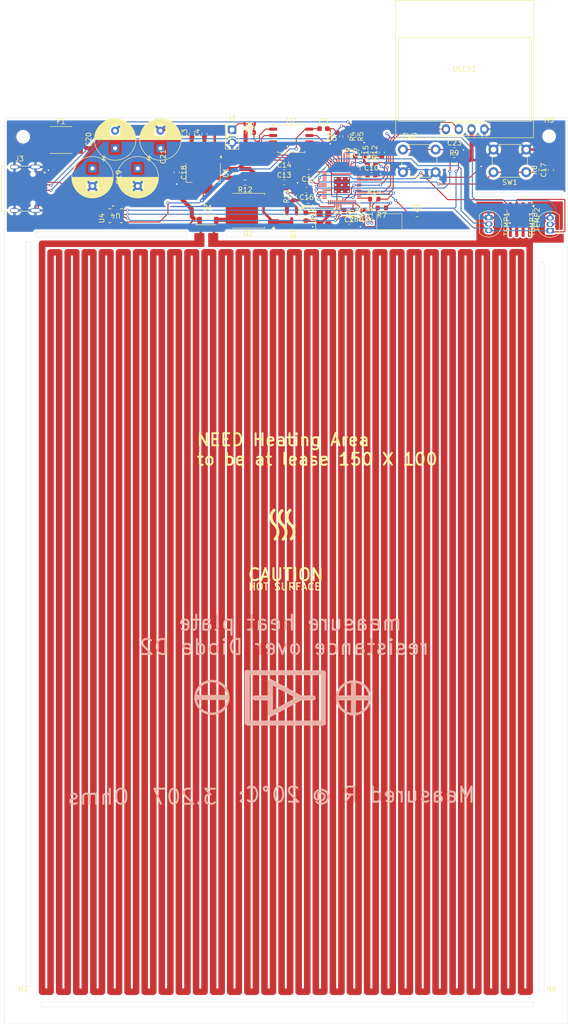
<source format=kicad_pcb>
(kicad_pcb (version 20240108) (generator "pcbnew") (generator_version "8.0")
  (layers (0 "F.Cu" signal) (31 "B.Cu" power) (34 "B.Paste" user) (35 "F.Paste" user) (36 "B.SilkS" user "B.Silkscreen") (37 "F.SilkS" user "F.Silkscreen") (38 "B.Mask" user) (39 "F.Mask" user) (44 "Edge.Cuts" user))
  (net 0 "")
  (net 1 "GND")
  (net 2 "/XIN")
  (net 3 "Net-(C2-Pad1)")
  (net 4 "VBUS")
  (net 5 "+3V3")
  (net 6 "+1V1")
  (net 7 "/GPIO6")
  (net 8 "Net-(D1-A)")
  (net 9 "/~{USB_BOOT}")
  (net 10 "/cc1")
  (net 11 "/D-")
  (net 12 "/D+")
  (net 13 "/cc2")
  (net 14 "Net-(LED1B-A2)")
  (net 15 "Net-(LED1A-A1)")
  (net 16 "Net-(Q1-C)")
  (net 17 "Net-(Q1-B)")
  (net 18 "/QSPI_SS")
  (net 19 "/XOUT")
  (net 20 "Net-(U3-USB_DP)")
  (net 21 "Net-(U3-USB_DM)")
  (net 22 "/GPIO8")
  (net 23 "/GPIO9")
  (net 24 "+3.3V")
  (net 25 "/GPIO15")
  (net 26 "/GPIO17")
  (net 27 "/GPIO18")
  (net 28 "/GPIO16")
  (net 29 "/GPIO5")
  (net 33 "/GPIO4")
  (net 35 "unconnected-(TEMP2-NC-Pad7)")
  (net 36 "/GPIO26_ADC0")
  (net 37 "/QSPI_SD2")
  (net 38 "/QSPI_SCLK")
  (net 39 "/QSPI_SD0")
  (net 40 "/QSPI_SD1")
  (net 41 "/QSPI_SD3")
  (net 42 "/GPIO20")
  (net 43 "/GPIO27_ADC1")
  (net 44 "/GPIO13")
  (net 45 "/SWD")
  (net 46 "/GPIO25")
  (net 47 "/GPIO29_ADC3")
  (net 48 "/GPIO24")
  (net 49 "/GPIO10")
  (net 50 "/GPIO3")
  (net 51 "/GPIO2")
  (net 52 "/SWCLK")
  (net 53 "/GPIO14")
  (net 54 "/GPIO22")
  (net 55 "/GPIO0")
  (net 56 "/GPIO12")
  (net 57 "/GPIO28_ADC2")
  (net 58 "/GPIO11")
  (net 59 "/RUN")
  (net 60 "/GPIO23")
  (net 61 "/GPIO1")
  (net 62 "/GPIO19")
  (net 63 "/GPIO21")
  (net 67 "HEATPLATE")
  (net 70 "/GPIO7")
  (net 71 "+VDC")
  (footprint "Crystal:Crystal_SMD_3225-4Pin_3.2x2.5mm" (layer "F.Cu") (at 125.25 71.5 -90)
    (property "Reference" "Y1")
    (property "Value" "ABM8-272-T3")
  )
  (footprint "Capacitor_SMD:C_0603_1608Metric" (layer "F.Cu") (at 125.15 53.5)
    (property "Reference" "C5")
    (property "Value" "100n")
  )
  (footprint "Fusb3202T:WQFN14_2P5X2P5_ONS" (layer "F.Cu") (at 83.85 70.8 90)
    (property "Reference" "U4")
    (property "Value" "FUSB302TMPX")
  )
  (footprint "Capacitor_SMD:C_0603_1608Metric" (layer "F.Cu") (at 122.25 62.1 180)
    (property "Reference" "C11")
    (property "Value" "100n")
  )
  (footprint "Capacitor_SMD:C_0603_1608Metric" (layer "F.Cu") (at 117.35 64.15)
    (property "Reference" "C13")
    (property "Value" "100n")
  )
  (footprint "Capacitor_SMD:C_0603_1608Metric" (layer "F.Cu") (at 127.875 55.05 90)
    (property "Reference" "C6")
    (property "Value" "100n")
  )
  (footprint "Capacitor_SMD:C_0603_1608Metric" (layer "F.Cu") (at 117.35 62.15)
    (property "Reference" "C14")
    (property "Value" "100n")
  )
  (footprint "Capacitor_SMD:C_0603_1608Metric" (layer "F.Cu") (at 133.25 58.25 90)
    (property "Reference" "C7")
    (property "Value" "100n")
  )
  (footprint "USB_C:HRO_TYPE-C-31-M-12" (layer "F.Cu") (at 63.75 65.425 -90)
    (property "Reference" "J3")
    (property "Value" "TYPE-C-31-M-12")
  )
  (footprint "Capacitor_SMD:C_0603_1608Metric" (layer "F.Cu") (at 96 62.225 -90)
    (property "Reference" "C18")
    (property "Value" "1000u")
  )
  (footprint "Capacitor_SMD:C_0603_1608Metric" (layer "F.Cu") (at 131.5 58.2 90)
    (property "Reference" "C9")
    (property "Value" "100n")
  )
  (footprint "Resistor_SMD:R_0603_1608Metric" (layer "F.Cu") (at 110.5 52.5 180)
    (property "Reference" "R1")
    (property "Value" "1k")
  )
  (footprint "Resistor_SMD:R_0603_1608Metric" (layer "F.Cu") (at 143.75 70.5)
    (property "Reference" "R6")
    (property "Value" "1k")
  )
  (footprint "Button_Switch_THT:SW_PUSH_6mm" (layer "F.Cu") (at 165.45 62.15 180)
    (property "Reference" "SW1")
    (property "Value" "SW_Push")
  )
  (footprint "Capacitor_SMD:C_0603_1608Metric" (layer "F.Cu") (at 136.75 58.225 90)
    (property "Reference" "C12")
    (property "Value" "100n")
  )
  (footprint "Capacitor_THT:CP_Radial_D8.0mm_P3.50mm" (layer "F.Cu") (at 92.75 57.402651 90)
    (property "Reference" "C22")
    (property "Value" "680u/16V")
  )
  (footprint "Capacitor_SMD:C_0603_1608Metric" (layer "F.Cu") (at 170.35 61.725 90)
    (property "Reference" "C17")
    (property "Value" "100nF")
  )
  (footprint "Connector_PinHeader_2.54mm:PinHeader_1x02_P2.54mm_Vertical" (layer "F.Cu") (at 107 53.725)
    (property "Reference" "J1")
    (property "Value" "Conn_01x02")
  )
  (footprint "BLUENRG-232:RP2040-QFN-56" (layer "F.Cu") (at 128.825 64.7)
    (property "Reference" "U3")
    (property "Value" "RP2040")
  )
  (footprint "NetTie:NetTie-2_SMD_Pad0.5mm" (layer "F.Cu") (at 100.75 74 -90)
    (property "Reference" "NT4" (hide yes))
    (property "Value" "NetTie_2" (hide yes))
  )
  (footprint "Resistor_SMD:R_0603_1608Metric" (layer "F.Cu") (at 131.125 55.05 -90)
    (property "Reference" "R5")
    (property "Value" "27")
  )
  (footprint "MountingHole:MountingHole_2.2mm_M2" (layer "F.Cu") (at 65.48 227.61)
    (property "Reference" "H2")
    (property "Value" "MountingHole")
  )
  (footprint "Resistor_SMD:R_0603_1608Metric" (layer "F.Cu") (at 135.25 67.5)
    (property "Reference" "R14")
    (property "Value" "4k7")
  )
  (footprint "Diode_SMD:D_SOD-123" (layer "F.Cu") (at 102.2 71.6)
    (property "Reference" "D1")
    (property "Value" "B5819W")
  )
  (footprint "Capacitor_SMD:C_0603_1608Metric" (layer "F.Cu") (at 130.25 73)
    (property "Reference" "C2")
    (property "Value" "15p")
  )
  (footprint "Resistor_SMD:R_0603_1608Metric" (layer "F.Cu") (at 168.5 61.725 90)
    (property "Reference" "R8")
    (property "Value" "10k")
  )
  (footprint "MountingHole:MountingHole_2.2mm_M2" (layer "F.Cu") (at 65.48 55.11)
    (property "Reference" "H1")
    (property "Value" "MountingHole")
  )
  (footprint "Capacitor_SMD:C_0603_1608Metric" (layer "F.Cu") (at 101.5 54.5 90)
    (property "Reference" "C4")
    (property "Value" "10u")
  )
  (footprint "Capacitor_SMD:C_0603_1608Metric" (layer "F.Cu") (at 134.675 62.725)
    (property "Reference" "C10")
    (property "Value" "1u")
  )
  (footprint "Package_SO:SOIC-8_3.9x4.9mm_P1.27mm" (layer "F.Cu") (at 164.195 71.555 -90)
    (property "Reference" "TEMP2")
    (property "Value" "DS18B20Z")
  )
  (footprint "Resistor_SMD:R_0603_1608Metric" (layer "F.Cu") (at 109.6 64.2 180)
    (property "Reference" "R12")
    (property "Value" "4k7")
  )
  (footprint "Capacitor_THT:CP_Radial_D8.0mm_P3.50mm" (layer "F.Cu") (at 88.25 61.402651 -90)
    (property "Reference" "C21")
    (property "Value" "680u/16V")
  )
  (footprint "Button_Switch_THT:SW_PUSH_6mm" (layer "F.Cu") (at 140.95 57.65)
    (property "Reference" "SW2")
    (property "Value" "SW_Push")
  )
  (footprint "Capacitor_THT:CP_Radial_D8.0mm_P3.50mm" (layer "F.Cu") (at 83.75 57.402651 90)
    (property "Reference" "C20")
    (property "Value" "680u/16V")
  )
  (footprint "Resistor_SMD:R_0603_1608Metric" (layer "F.Cu") (at 131 70.5 -90)
    (property "Reference" "R15")
    (property "Value" "4k7")
  )
  (footprint "Resistor_SMD:R_0603_1608Metric" (layer "F.Cu") (at 119.25 66.9 90)
    (property "Reference" "R11")
    (property "Value" "10k")
  )
  (footprint "Capacitor_SMD:C_0603_1608Metric" (layer "F.Cu") (at 121.8 65.7 180)
    (property "Reference" "C16")
    (property "Value" "100n")
  )
  (footprint "oled:128x64OLED" (layer "F.Cu") (at 153.5 43 180)
    (property "Reference" "OLED1")
    (property "Value" "SSD1306")
  )
  (footprint "Capacitor_SMD:C_0603_1608Metric" (layer "F.Cu") (at 151.175 57.775)
    (property "Reference" "C23")
    (property "Value" "100nF")
  )
  (footprint "Resistor_SMD:R_0603_1608Metric" (layer "F.Cu") (at 151.15 59.775)
    (property "Reference" "R9")
    (property "Value" "10k")
  )
  (footprint "Resistor_SMD:R_0603_1608Metric" (layer "F.Cu") (at 122.1 67.8 180)
    (property "Reference" "R10")
    (property "Value" "1k")
  )
  (footprint "Capacitor_SMD:C_0603_1608Metric" (layer "F.Cu") (at 99 54.5 90)
    (property "Reference" "C3")
    (property "Value" "10u")
  )
  (footprint "Package_TO_SOT_THT:TO-92_Inline" (layer "F.Cu") (at 170.2 73.77 90)
    (property "Reference" "TEMP3")
    (property "Value" "LMT85")
  )
  (footprint "Package_SO:SOIC-8_5.23x5.23mm_P1.27mm" (layer "F.Cu") (at 118.75 55.5)
    (property "Reference" "U2")
    (property "Value" "W25Q128JVS")
  )
  (footprint "Resistor_SMD:R_0603_1608Metric" (layer "F.Cu") (at 136.75 69.25 180)
    (property "Reference" "R7")
    (property "Value" "1k")
  )
  (footprint "Capacitor_THT:CP_Radial_D8.0mm_P3.50mm" (layer "F.Cu") (at 79.25 61.402651 -90)
    (property "Reference" "C19")
    (property "Value" "680u/16V")
  )
  (footprint "NetTie:NetTie-2_SMD_Pad0.5mm" (layer "F.Cu") (at 103.4 74 -90)
    (property "Reference" "NT3" (hide yes))
    (property "Value" "NetTie_2" (hide yes))
  )
  (footprint "Capacitor_SMD:C_0603_1608Metric" (layer "F.Cu") (at 121.65 71 -90)
    (property "Reference" "C1")
    (property "Value" "15p")
  )
  (footprint "Capacitor_SMD:C_0603_1608Metric" (layer "F.Cu") (at 135 58.25 90)
    (property "Reference" "C15")
    (property "Value" "100n")
  )
  (footprint "Resistor_SMD:R_0603_1608Metric" (layer "F.Cu") (at 129.525 55.05 -90)
    (property "Reference" "R4")
    (property "Value" "27")
  )
  (footprint "Resistor_SMD:R_0603_1608Metric" (layer "F.Cu") (at 129.25 70.5 -90)
    (property "Reference" "R3")
    (property "Value" "1k")
  )
  (footprint "MountingHole:MountingHole_2.2mm_M2" (layer "F.Cu") (at 170.48 227.61)
    (property "Reference" "H6")
    (property "Value" "MountingHole")
  )
  (footprint "MountingHole:MountingHole_2.2mm_M2" (layer "F.Cu") (at 170 55)
    (property "Reference" "H5")
    (property "Value" "MountingHole")
  )
  (footprint "Resistor_SMD:R_0603_1608Metric" (layer "F.Cu") (at 133 70.5 -90)
    (property "Reference" "R13")
    (property "Value" "4k7")
  )
  (footprint "Package_TO_SOT_SMD:SOT-223-3_TabPin2" (layer "F.Cu") (at 101.25 62.25 -90)
    (property "Reference" "U1")
    (property "Value" "NCP1117-3.3_SOT223")
  )
  (footprint "Package_TO_SOT_THT:TO-92_Inline" (layer "F.Cu") (at 158 71.16 -90)
    (property "Reference" "TEMP1")
    (property "Value" "Ext. 1-Wire")
  )
  (footprint "Fuse:Fuse_2920_7451Metric" (layer "F.Cu") (at 73 55.75)
    (property "Reference" "F1")
    (property "Value" "5A")
  )
  (footprint "LED_SMD:LED_Avago_PLCC4_3.2x2.8mm_CW" (layer "F.Cu") (at 138.25 72)
    (property "Reference" "LED1")
    (property "Value" "RED/GREEN")
  )
  (footprint "Package_TO_SOT_SMD:TO-252-2" (layer "F.Cu") (at 110.2 69.8 180)
    (property "Reference" "Q2")
    (property "Value" "IRLR8726TRPBF")
  )
  (footprint "Capacitor_SMD:C_0603_1608Metric" (layer "F.Cu") (at 134.7 60.75)
    (property "Reference" "C8")
    (property "Value" "1u")
  )
  (footprint "Resistor_SMD:R_0603_1608Metric" (layer "F.Cu") (at 110.5 54.25)
    (property "Reference" "R2")
    (property "Value" "DNF")
  )
  (footprint "Package_TO_SOT_SMD:SOT-23" (layer "F.Cu") (at 118.85 70.9 -90)
    (property "Reference" "Q1")
    (property "Value" "SS8050")
  )
  (gr_line (start 125.12 171.59) (end 110.12 171.59) (stroke (width 1)) (layer "B.SilkS"))
  (gr_line (start 134.12 166.59) (end 128.12 166.59) (stroke (width 1)) (layer "B.SilkS"))
  (gr_line (start 106 166.5) (end 100 166.5) (stroke (width 1)) (layer "B.SilkS"))
  (gr_line (start 131.12 169.59) (end 131.12 163.59) (stroke (width 1)) (layer "B.SilkS"))
  (gr_line (start 125.12 161.59) (end 110.12 161.59) (stroke (width 1)) (layer "B.SilkS"))
  (gr_line (start 114.62 169.84) (end 114.62 163.34) (stroke (width 1)) (layer "B.SilkS"))
  (gr_line (start 110 171.5) (end 110 161.5) (stroke (width 1)) (layer "B.SilkS"))
  (gr_line (start 114.62 163.34) (end 120.62 166.59) (stroke (width 1)) (layer "B.SilkS"))
  (gr_circle (center 131.12 166.59) (end 127.87 166.59) (stroke (width 0.5)) (fill none) (layer "B.SilkS"))
  (gr_line (start 120.12 166.59) (end 123.12 166.59) (stroke (width 1)) (layer "B.SilkS"))
  (gr_circle (center 103 166.5) (end 99.75 166.5) (stroke (width 0.5)) (fill none) (layer "B.SilkS"))
  (gr_line (start 125.12 171.59) (end 125.12 161.59) (stroke (width 1)) (layer "B.SilkS"))
  (gr_line (start 120.62 166.59) (end 114.62 169.84) (stroke (width 1)) (layer "B.SilkS"))
  (gr_line (start 114.62 166.59) (end 111.62 166.59) (stroke (width 1)) (layer "B.SilkS"))
  (gr_arc (start 116.915577 132.103577) (mid 116.496802 131.476853) (end 116.349761 130.737577) (stroke (width 0.6)) (layer "F.SilkS"))
  (gr_arc (start 119.315577 133.634577) (mid 119.168575 134.37353) (end 118.75 135) (stroke (width 0.6)) (layer "F.SilkS"))
  (gr_arc (start 117.715577 133.703577) (mid 117.568575 134.44253) (end 117.15 135.069) (stroke (width 0.6)) (layer "F.SilkS"))
  (gr_arc (start 118.749577 132.269577) (mid 119.168025 132.895846) (end 119.314979 133.634577) (stroke (width 0.6)) (layer "F.SilkS"))
  (gr_arc (start 115.315577 132.034577) (mid 114.897185 131.407929) (end 114.750468 130.66887) (stroke (width 0.6)) (layer "F.SilkS"))
  (gr_arc (start 118.515577 132.034577) (mid 118.097185 131.407929) (end 117.950468 130.66887) (stroke (width 0.6)) (layer "F.SilkS"))
  (gr_arc (start 116.349577 130.737577) (mid 116.496629 129.998224) (end 116.915447 129.371447) (stroke (width 0.6)) (layer "F.SilkS"))
  (gr_arc (start 116.115577 133.634577) (mid 115.968575 134.37353) (end 115.55 135) (stroke (width 0.6)) (layer "F.SilkS"))
  (gr_arc (start 117.949577 130.669577) (mid 118.096629 129.930224) (end 118.515447 129.303447) (stroke (width 0.6)) (layer "F.SilkS"))
  (gr_arc (start 115.549577 132.269577) (mid 115.968025 132.895846) (end 116.114979 133.634577) (stroke (width 0.6)) (layer "F.SilkS"))
  (gr_arc (start 114.749577 130.669577) (mid 114.896629 129.930224) (end 115.315447 129.303447) (stroke (width 0.6)) (layer "F.SilkS"))
  (gr_arc (start 117.149577 132.337577) (mid 117.568408 132.963922) (end 117.715686 133.70287) (stroke (width 0.6)) (layer "F.SilkS"))
  (gr_rect (start 155.45 66.25) (end 172.55 66.95) (stroke (width 0.05)) (fill none) (layer "Edge.Cuts"))
  (gr_rect (start 69 227) (end 167 228) (stroke (width 0.05)) (fill none) (layer "Edge.Cuts"))
  (gr_rect (start 68 74) (end 98 75) (stroke (width 0.05)) (fill none) (layer "Edge.Cuts"))
  (gr_rect (start 66 76) (end 67 224) (stroke (width 0.05)) (fill none) (layer "Edge.Cuts"))
  (gr_rect (start 168 80) (end 169 225) (stroke (width 0.05)) (fill none) (layer "Edge.Cuts"))
  (gr_rect (start 106 74) (end 155 75) (stroke (width 0.05)) (fill none) (layer "Edge.Cuts"))
  (gr_rect (start 61.73 51.36) (end 173.73 231.36) (stroke (width 0.05)) (fill none) (layer "Edge.Cuts"))
  (gr_text "3.207  Ohms" (at 74 186.25 0) (layer "B.SilkS") (effects (font (size 3 3) (thickness 0.4)) (justify right mirror)))
  (gr_text "Measured R @ 20°C:" (at 107.87 185.84 0) (layer "B.SilkS") (effects (font (size 3 3) (thickness 0.4)) (justify right mirror)))
  (gr_text "measure heat plate \nresistance over Diode D2" (at 117.37 154.09 0) (layer "B.SilkS") (effects (font (size 3 3) (thickness 0.4)) (justify mirror)))
  (gr_text "NEED Heating Area\nto be at lease 150 X 100" (at 99.75 117.25 0) (layer "F.SilkS") (effects (font (size 2.4 2.4) (thickness 0.4)) (justify left)))
  (gr_text "CAUTION" (at 109.915577 142.103577 0) (layer "F.SilkS") (effects (font (size 2.4 2.4) (thickness 0.4)) (justify left)))
  (gr_text "HOT SURFACE" (at 110.115577 144.503577 0) (layer "F.SilkS") (effects (font (size 1.4 1.4) (thickness 0.24)) (justify left)))
  (segment (start 126.5 53.5) (end 126.5 56.5) (width 0.2) (layer "F.Cu") (net 1))
  (segment (start 126.1 70.4) (end 126.9 70.4) (width 0.2) (layer "F.Cu") (net 1))
  (segment (start 99 53.725) (end 101.5 53.725) (width 0.5) (layer "F.Cu") (net 1))
  (segment (start 124.25 73) (end 124.65 72.6) (width 0.5) (layer "F.Cu") (net 1))
  (segment (start 152.975 57.775) (end 153 57.75) (width 0.2) (layer "F.Cu") (net 1))
  (segment (start 135.975 60.25) (end 137.434314 60.25) (width 0.2) (layer "F.Cu") (net 1))
  (segment (start 68.5 69.17) (end 67.92 69.75) (width 0.2) (layer "F.Cu") (net 1))
  (segment (start 162.29 72.29) (end 162.25 72.25) (width 0.2) (layer "F.Cu") (net 1))
  (segment (start 135.475 60.75) (end 135.975 60.25) (width 0.2) (layer "F.Cu") (net 1))
  (segment (start 117.9 69.9625) (end 117.9 68.65) (width 0.8) (layer "F.Cu") (net 1))
  (segment (start 102.975 53.725) (end 103.55 54.3) (width 0.5) (layer "F.Cu") (net 1))
  (segment (start 126.5 53.5) (end 127.1 53.5) (width 0.2) (layer "F.Cu") (net 1))
  (segment (start 99 53.725) (end 92.927651 53.725) (width 0.5) (layer "F.Cu") (net 1))
  (segment (start 151.95 57.775) (end 152.975 57.775) (width 0.2) (layer "F.Cu") (net 1))
  (segment (start 117.9 65.35) (end 118.125 65.125) (width 0.8) (layer "F.Cu") (net 1))
  (segment (start 68.5 68.625) (end 68.5 69.17) (width 0.2) (layer "F.Cu") (net 1))
  (segment (start 118.125 65.125) (end 118.125 64.15) (width 0.8) (layer "F.Cu") (net 1))
  (segment (start 132.85 73.35) (end 136.15 73.35) (width 0.2) (layer "F.Cu") (net 1))
  (segment (start 135.45 62.725) (end 136.275 62.725) (width 0.5) (layer "F.Cu") (net 1))
  (segment (start 148.45 63.15) (end 154.35 63.15) (width 0.2) (layer "F.Cu") (net 1))
  (segment (start 117.9 68.65) (end 116.77 67.52) (width 0.8) (layer "F.Cu") (net 1))
  (segment (start 107 56.265) (end 107 58.75) (width 0.5) (layer "F.Cu") (net 1))
  (segment (start 115.24 67.52) (end 115.24 66.26) (width 0.8) (layer "F.Cu") (net 1))
  (segment (start 137.45 57.45) (end 136.75 57.45) (width 0.2) (layer "F.Cu") (net 1))
  (segment (start 121.425 62.15) (end 121.475 62.1) (width 0.5) (layer "F.Cu") (net 1))
  (segment (start 137.7 57.7) (end 137.45 57.45) (width 0.2) (layer "F.Cu") (net 1))
  (segment (start 165.45 57.65) (end 168.15 57.65) (width 0.5) (layer "F.Cu") (net 1))
  (segment (start 136.275 62.725) (end 136.5 62.5) (width 0.5) (layer "F.Cu") (net 1))
  (segment (start 136.725 57.425) (end 136.75 57.45) (width 0.5) (layer "F.Cu") (net 1))
  (segment (start 115.24 66.26) (end 116.15 65.35) (width 0.8) (layer "F.Cu") (net 1))
  (segment (start 123 73) (end 124.25 73) (width 0.5) (layer "F.Cu") (net 1))
  (segment (start 154.35 63.15) (end 156.5 61) (width 0.2) (layer "F.Cu") (net 1))
  (segment (start 115.15 57.405) (end 117.595 57.405) (width 0.5) (layer "F.Cu") (net 1))
  (segment (start 121.025 64.525) (end 120.75 64.25) (width 0.8) (layer "F.Cu") (net 1))
  (segment (start 131.025 73) (end 132.5 73) (width 0.2) (layer "F.Cu") (net 1))
  (segment (start 106.65 59.1) (end 103.55 59.1) (width 0.5) (layer "F.Cu") (net 1))
  (segment (start 162.29 74.03) (end 162.29 72.29) (width 0.2) (layer "F.Cu") (net 1))
  (segment (start 118.125 64.15) (end 119.9 64.15) (width 0.5) (layer "F.Cu") (net 1))
  (segment (start 127.825 66.25) (end 127.55 65.975) (width 0.2) (layer "F.Cu") (net 1))
  (segment (start 133.25 57.475) (end 133.25 56.25) (width 0.5) (layer "F.Cu") (net 1))
  (segment (start 123.825 71.775) (end 124.65 72.6) (width 0.5) (layer "F.Cu") (net 1))
  (segment (start 137.85 72.75) (end 139.35 71.25) (width 0.2) (layer "F.Cu") (net 1))
  (segment (start 135.475 62.7) (end 135.45 62.725) (width 0.2) (layer "F.Cu") (net 1))
  (segment (start 132.5 73) (end 132.85 73.35) (width 0.2) (layer "F.Cu") (net 1))
  (segment (start 70.025 62.225) (end 70.5 61.75) (width 0.5) (layer "F.Cu") (net 1))
  (segment (start 119.9 64.15) (end 120 64.25) (width 0.5) (layer "F.Cu") (net 1))
  (segment (start 125.925 53.5) (end 126.5 53.5) (width 0.2) (layer "F.Cu") (net 1))
  (segment (start 127.825 68.1375) (end 127.825 66.25) (width 0.2) (layer "F.Cu") (net 1))
  (segment (start 130.1 63.425) (end 130.325 63.425) (width 0.2) (layer "F.Cu") (net 1))
  (segment (start 84.25 67.75) (end 87.097349 64.902651) (width 0.2) (layer "F.Cu") (net 1))
  (segment (start 121.025 65.7) (end 121.025 64.525) (width 0.8) (layer "F.Cu") (net 1))
  (segment (start 127.1 53.5) (end 127.875 54.275) (width 0.2) (layer "F.Cu") (net 1))
  (segment (start 116.77 67.52) (end 115.24 67.52) (width 0.8) (layer "F.Cu") (net 1))
  (segment (start 127.55 65.975) (end 127.55 64.7) (width 0.2) (layer "F.Cu") (net 1))
  (segment (start 118.125 62.15) (end 118.125 64.15) (width 0.5) (layer "F.Cu") (net 1))
  (segment (start 68.5 62.225) (end 70.025 62.225) (width 0.5) (layer "F.Cu") (net 1))
  (segment (start 124.65 72.6) (end 124.65 72.35) (width 0.5) (layer "F.Cu") (net 1))
  (segment (start 87.097349 64.902651) (end 88.25 64.902651) (width 0.2) (layer "F.Cu") (net 1))
  (segment (start 117.595 57.405) (end 118 57) (width 0.5) (layer "F.Cu") (net 1))
  (segment (start 124.65 72.35) (end 126.35 70.65) (width 0.5) (layer "F.Cu") (net 1))
  (segment (start 130.85 73.35) (end 130.75 73.25) (width 0.2) (layer "F.Cu") (net 1))
  (segment (start 126.35 70.65) (end 126.35 70.4) (width 0.5) (layer "F.Cu") (net 1))
  (segment (start 168.15 57.65) (end 170.35 59.85) (width 0.5) (layer "F.Cu") (net 1))
  (segment (start 170.35 59.85) (end 170.35 60.95) (width 0.5) (layer "F.Cu") (net 1))
  (segment (start 120.75 64.25) (end 120 64.25) (width 0.8) (layer "F.Cu") (net 1))
  (segment (start 127.825 69.475) (end 127.825 68.1375) (width 0.2) (layer "F.Cu") (net 1))
  (segment (start 96 63) (end 96 64.5) (width 0.5) (layer "F.Cu") (net 1))
  (segment (start 136.75 72.75) (end 137.85 72.75) (width 0.2) (layer "F.Cu") (net 1))
  (segment (start 84.25 69.5554) (end 84.25 67.75) (width 0.2) (layer "F.Cu") (net 1))
  (segment (start 116.15 65.35) (end 117.9 65.35) (width 0.8) (layer "F.Cu") (net 1))
  (segment (start 139.35 71.25) (end 139.75 71.25) (width 0.2) (layer "F.Cu") (net 1))
  (segment (start 107 58.75) (end 106.65 59.1) (width 0.5) (layer "F.Cu") (net 1))
  (segment (start 147.45 62.15) (end 148.45 63.15) (width 0.2) (layer "F.Cu") (net 1))
  (segment (start 118.125 62.15) (end 121.425 62.15) (width 0.5) (layer "F.Cu") (net 1))
  (segment (start 126.9 70.4) (end 127.825 69.475) (width 0.2) (layer "F.Cu") (net 1))
  (segment (start 121.65 71.775) (end 123.825 71.775) (width 0.5) (layer "F.Cu") (net 1))
  (segment (start 92.927651 53.725) (end 92.75 53.902651) (width 0.5) (layer "F.Cu") (net 1))
  (segment (start 84.25 69.5554) (end 84.349999 69.5554) (width 0.2) (layer "F.Cu") (net 1))
  (segment (start 83.85 69.5554) (end 84.25 69.5554) (width 0.2) (layer "F.Cu") (net 1))
  (segment (start 103.55 54.3) (end 103.55 59.1) (width 0.5) (layer "F.Cu") (net 1))
  (segment (start 137.7 59.984314) (end 137.7 57.7) (width 0.2) (layer "F.Cu") (net 1))
  (segment (start 137.434314 60.25) (end 137.7 59.984314) (width 0.2) (layer "F.Cu") (net 1))
  (segment (start 136.15 73.35) (end 136.75 72.75) (width 0.2) (layer "F.Cu") (net 1))
  (segment (start 131.5 57.425) (end 136.725 57.425) (width 0.5) (layer "F.Cu") (net 1))
  (segment (start 135.475 60.75) (end 135.475 62.7) (width 0.2) (layer "F.Cu") (net 1))
  (segment (start 101.5 53.725) (end 102.975 53.725) (width 0.5) (layer "F.Cu") (net 1))
  (via (at 120 64.25) (size 0.6) (drill 0.3) (layers "F.Cu" "B.Cu") (net 1))
  (via (at 132.5 73) (size 0.6) (drill 0.3) (layers "F.Cu" "B.Cu") (net 1))
  (via (at 156.5 61) (size 0.6) (drill 0.3) (layers "F.Cu" "B.Cu") (net 1))
  (via (at 133.25 56.25) (size 0.6) (drill 0.3) (layers "F.Cu" "B.Cu") (net 1))
  (via (at 162.25 72.25) (size 0.6) (drill 0.3) (layers "F.Cu" "B.Cu") (net 1))
  (via (at 123 73) (size 0.6) (drill 0.3) (layers "F.Cu" "B.Cu") (net 1))
  (via (at 153 57.75) (size 0.6) (drill 0.3) (layers "F.Cu" "B.Cu") (net 1))
  (via (at 96 64.5) (size 0.6) (drill 0.3) (layers "F.Cu" "B.Cu") (net 1))
  (via (at 118 57) (size 0.6) (drill 0.3) (layers "F.Cu" "B.Cu") (net 1))
  (via (at 70.5 61.75) (size 0.6) (drill 0.3) (layers "F.Cu" "B.Cu") (net 1))
  (via (at 136.5 62.5) (size 0.6) (drill 0.3) (layers "F.Cu" "B.Cu") (net 1))
  (via (at 126.5 56.5) (size 0.6) (drill 0.3) (layers "F.Cu" "B.Cu") (net 1))
  (segment (start 146.95 61.65) (end 147.45 62.15) (width 0.2) (layer "B.Cu") (net 1))
  (segment (start 140.95 62.15) (end 141.45 61.65) (width 0.2) (layer "B.Cu") (net 1))
  (segment (start 141.45 61.65) (end 146.95 61.65) (width 0.2) (layer "B.Cu") (net 1))
  (segment (start 123 71) (end 123.8 71) (width 0.2) (layer "F.Cu") (net 2))
  (segment (start 121.65 70.225) (end 124.475 70.225) (width 0.2) (layer "F.Cu") (net 2))
  (segment (start 128.225 70.375) (end 127.5 71.1) (width 0.2) (layer "F.Cu") (net 2))
  (segment (start 123.8 71) (end 124.4 70.4) (width 0.2) (layer "F.Cu") (net 2))
  (segment (start 128.225 68.1375) (end 128.225 70.375) (width 0.2) (layer "F.Cu") (net 2))
  (via (at 123 71) (size 0.6) (drill 0.3) (layers "F.Cu" "B.Cu") (net 2))
  (via (at 127.5 71.1) (size 0.6) (drill 0.3) (layers "F.Cu" "B.Cu") (net 2))
  (segment (start 127.4 71) (end 123 71) (width 0.2) (layer "B.Cu") (net 2))
  (segment (start 127.5 71.1) (end 127.4 71) (width 0.2) (layer "B.Cu") (net 2))
  (segment (start 126.1 72.6) (end 129.075 72.6) (width 0.2) (layer "F.Cu") (net 3))
  (segment (start 129.075 72.6) (end 129.475 73) (width 0.2) (layer "F.Cu") (net 3))
  (segment (start 129.25 72.775) (end 129.475 73) (width 0.2) (layer "F.Cu") (net 3))
  (segment (start 129.25 71.325) (end 129.25 72.775) (width 0.2) (layer "F.Cu") (net 3))
  (segment (start 90.902651 61.402651) (end 88.25 61.402651) (width 0.8) (layer "F.Cu") (net 4))
  (segment (start 98.95 60.45) (end 101.75 63.25) (width 0.8) (layer "F.Cu") (net 4))
  (segment (start 98.95 59.1) (end 96.25 59.1) (width 0.8) (layer "F.Cu") (net 4))
  (segment (start 96 59.35) (end 96.25 59.1) (width 0.8) (layer "F.Cu") (net 4))
  (segment (start 98.95 59.1) (end 98.95 55.325) (width 0.8) (layer "F.Cu") (net 4))
  (segment (start 100.55 71.6) (end 100.55 73.3) (width 0.8) (layer "F.Cu") (net 4))
  (segment (start 96 61.45) (end 96 59.35) (width 0.8) (layer "F.Cu") (net 4))
  (segment (start 107.95 64.2) (end 108.775 64.2) (width 0.8) (layer "F.Cu") (net 4))
  (segment (start 76.3875 55.75) (end 78.040151 57.402651) (width 0.8) (layer "F.Cu") (net 4))
  (segment (start 98 73) (end 99.25 71.75) (width 0.3) (layer "F.Cu") (net 4))
  (segment (start 98.95 55.325) (end 99 55.275) (width 0.8) (layer "F.Cu") (net 4))
  (segment (start 84.3006 73) (end 98 73) (width 0.3) (layer "F.Cu") (net 4))
  (segment (start 99.6 71.6) (end 99 71) (width 0.8) (layer "F.Cu") (net 4))
  (segment (start 78.040151 57.402651) (end 83.75 57.402651) (width 0.8) (layer "F.Cu") (net 4))
  (segment (start 99 71) (end 99 69.5) (width 0.8) (layer "F.Cu") (net 4))
  (segment (start 100.55 73.3) (end 100.75 73.5) (width 0.8) (layer "F.Cu") (net 4))
  (segment (start 100.55 71.6) (end 99.6 71.6) (width 0.8) (layer "F.Cu") (net 4))
  (segment (start 101.75 63.25) (end 107 63.25) (width 0.8) (layer "F.Cu") (net 4))
  (segment (start 96.25 59.1) (end 94.447349 59.1) (width 0.8) (layer "F.Cu") (net 4))
  (segment (start 99 69.5) (end 90.902651 61.402651) (width 0.8) (layer "F.Cu") (net 4))
  (segment (start 107 63.25) (end 107.95 64.2) (width 0.8) (layer "F.Cu") (net 4))
  (segment (start 83.85 72.5494) (end 84.3006 73) (width 0.3) (layer "F.Cu") (net 4))
  (segment (start 83.85 72.0446) (end 83.85 72.5494) (width 0.3) (layer "F.Cu") (net 4))
  (segment (start 98.95 59.1) (end 98.95 60.45) (width 0.8) (layer "F.Cu") (net 4))
  (segment (start 94.447349 59.1) (end 92.75 57.402651) (width 0.8) (layer "F.Cu") (net 4))
  (segment (start 101 67.75) (end 101.25 67.5) (width 0.2) (layer "F.Cu") (net 5))
  (segment (start 122.575 65.7) (end 121.875 65) (width 0.5) (layer "F.Cu") (net 5))
  (segment (start 125.3875 65.7) (end 125.92136 65.7) (width 0.2) (layer "F.Cu") (net 5))
  (segment (start 103 61.5) (end 108.25 61.5) (width 0.8) (layer "F.Cu") (net 5))
  (segment (start 101.5 55.275) (end 101.5 58.85) (width 0.8) (layer "F.Cu") (net 5))
  (segment (start 133.35 71.6) (end 133.35 72.85) (width 0.2) (layer "F.Cu") (net 5))
  (segment (start 84.349999 72.0446) (end 92.5804 72.0446) (width 0.2) (layer "F.Cu") (net 5))
  (segment (start 136.075 67.5) (end 137.84853 67.5) (width 0.2) (layer "F.Cu") (net 5))
  (segment (start 133.45 72.95) (end 135.3 72.95) (width 0.2) (layer "F.Cu") (net 5))
  (segment (start 92.5804 72.0446) (end 94.25 70.375) (width 0.2) (layer "F.Cu") (net 5))
  (segment (start 101.5 58.85) (end 101.25 59.1) (width 0.8) (layer "F.Cu") (net 5))
  (segment (start 135 59.025) (end 136.725 59.025) (width 0.2) (layer "F.Cu") (net 5))
  (segment (start 122.445 53.5) (end 122.35 53.595) (width 0.2) (layer "F.Cu") (net 5))
  (segment (start 133.35 72.85) (end 133.45 72.95) (width 0.2) (layer "F.Cu") (net 5))
  (segment (start 135.3 72.95) (end 135.467157 72.782843) (width 0.2) (layer "F.Cu") (net 5))
  (segment (start 133.275 62.1) (end 133.9 62.725) (width 0.2) (layer "F.Cu") (net 5))
  (segment (start 130.651471 62.5) (end 131.051471 62.1) (width 0.2) (layer "F.Cu") (net 5))
  (segment (start 132.2625 62.1) (end 132.2625 61.5125) (width 0.2) (layer "F.Cu") (net 5))
  (segment (start 137.84853 67.5) (end 139.049265 66.299265) (width 0.2) (layer "F.Cu") (net 5))
  (segment (start 131.525 66.65) (end 131 67.175) (width 0.2) (layer "F.Cu") (net 5))
  (segment (start 126.75 62.35) (end 126.5 62.1) (width 0.2) (layer "F.Cu") (net 5))
  (segment (start 122.35 53.595) (end 121.550001 53.595) (width 0.2) (layer "F.Cu") (net 5))
  (segment (start 131.72864 65.7) (end 131.525 65.90364) (width 0.2) (layer "F.Cu") (net 5))
  (segment (start 121.875 63.25) (end 123.025 62.1) (width 0.5) (layer "F.Cu") (net 5))
  (segment (start 131.525 65.90364) (end 131.525 66.65) (width 0.2) (layer "F.Cu") (net 5))
  (segment (start 132.2 58.275) (end 134.25 58.275) (width 0.2) (layer "F.Cu") (net 5))
  (segment (start 101.25 59.1) (end 101.25 59.75) (width 0.8) (layer "F.Cu") (net 5))
  (segment (start 131.5 58.975) (end 132.2 58.275) (width 0.2) (layer "F.Cu") (net 5))
  (segment (start 134.825 70.640686) (end 134.825 68.75) (width 0.2) (layer "F.Cu") (net 5))
  (segment (start 132.2625 62.1) (end 133.275 62.1) (width 0.2) (layer "F.Cu") (net 5))
  (segment (start 126.9 62.5) (end 130.651471 62.5) (width 0.2) (layer "F.Cu") (net 5))
  (segment (start 132 61.25) (end 131.4375 61.25) (width 0.2) (layer "F.Cu") (net 5))
  (segment (start 129.25 61.2625) (end 129.25 58.25) (width 0.2) (layer "F.Cu") (net 5))
  (segment (start 131.25 58.25) (end 131.25 58.725) (width 0.2) (layer "F.Cu") (net 5))
  (segment (start 131.025 61.2625) (end 131.025 62.073529) (width 0.2) (layer "F.Cu") (net 5))
  (segment (start 125.3875 62.1) (end 126.5 62.1) (width 0.2) (layer "F.Cu") (net 5))
  (segment (start 109.675 60.075) (end 109.675 54.25) (width 0.8) (layer "F.Cu") (net 5))
  (segment (start 131.025 61.2625) (end 131.425 61.2625) (width 0.2) (layer "F.Cu") (net 5))
  (segment (start 131.025 62.073529) (end 131.051471 62.1) (width 0.2) (layer "F.Cu") (net 5))
  (segment (start 131.5 61.1875) (end 131.425 61.2625) (width 0.2) (layer "F.Cu") (net 5))
  (segment (start 125.92136 65.7) (end 126.75 65.7) (width 0.2) (layer "F.Cu") (net 5))
  (segment (start 134.825 68.75) (end 136.075 67.5) (width 0.2) (layer "F.Cu") (net 5))
  (segment (start 126.5 62.1) (end 126.9 62.5) (width 0.2) (layer "F.Cu") (net 5))
  (segment (start 101.25 67.5) (end 101.25 65.4) (width 0.2) (layer "F.Cu") (net 5))
  (segment (start 121.550001 53.595) (end 119.75 55.395001) (width 0.2) (layer "F.Cu") (net 5))
  (segment (start 119.75 55.395001) (end 119.75 57.5) (width 0.2) (layer "F.Cu") (net 5))
  (segment (start 129.025 67.275) (end 129 67.25) (width 0.2) (layer "F.Cu") (net 5))
  (segment (start 134.25 58.275) (end 135 59.025) (width 0.2) (layer "F.Cu") (net 5))
  (segment (start 132.2625 65.7) (end 131.72864 65.7) (width 0.2) (layer "F.Cu") (net 5))
  (segment (start 135.467157 72.782843) (end 135.467157 71.282843) (width 0.2) (layer "F.Cu") (net 5))
  (segment (start 129.25 61.2625) (end 129.425 61.2625) (width 0.2) (layer "F.Cu") (net 5))
  (segment (start 113 64) (end 116.425 64) (width 0.8) (layer "F.Cu") (net 5))
  (segment (start 108.25 61.5) (end 109.675 60.075) (width 0.8) (layer "F.Cu") (net 5))
  (segment (start 135.467157 71.282843) (end 134.825 70.640686) (width 0.2) (layer "F.Cu") (net 5))
  (segment (start 122.75 60.75) (end 123.025 61.025) (width 0.8) (layer "F.Cu") (net 5))
  (segment (start 116.425 64) (end 116.575 64.15) (width 0.8) (layer "F.Cu") (net 5))
  (segment (start 108.25 61.5) (end 110.5 61.5) (width 0.8) (layer "F.Cu") (net 5))
  (segment (start 132.2625 61.5125) (end 132 61.25) (width 0.2) (layer "F.Cu") (net 5))
  (segment (start 123.025 62.1) (end 125.3875 62.1) (width 0.2) (layer "F.Cu") (net 5))
  (segment (start 133.2 71.45) (end 133.35 71.6) (width 0.2) (layer "F.Cu") (net 5))
  (segment (start 116.575 62.15) (end 116.575 64.15) (width 0.8) (layer "F.Cu") (net 5))
  (segment (start 126.75 67) (end 126.75 65.7) (width 0.2) (layer "F.Cu") (net 5))
  (segment (start 131.25 58.725) (end 131.5 58.975) (width 0.2) (layer "F.Cu") (net 5))
  (segment (start 117 60.75) (end 122.75 60.75) (width 0.8) (layer "F.Cu") (net 5))
  (segment (start 116.575 61.175) (end 117 60.75) (width 0.8) (layer "F.Cu") (net 5))
  (segment (start 131.051471 62.1) (end 132.2625 62.1) (width 0.2) (layer "F.Cu") (net 5))
  (segment (start 116.575 62.15) (end 116.575 61.175) (width 0.8) (layer "F.Cu") (net 5))
  (segment (start 94.25 70.375) (end 94.25 68.25) (width 0.2) (layer "F.Cu") (net 5))
  (segment (start 131.5 58.975) (end 131.5 61.1875) (width 0.2) (layer "F.Cu") (net 5))
  (segment (start 131.4375 61.25) (end 131.425 61.2625) (width 0.2) (layer "F.Cu") (net 5))
  (segment (start 123.025 61.025) (end 123.025 62.1) (width 0.8) (layer "F.Cu") (net 5))
  (segment (start 121.875 65) (end 121.875 63.25) (width 0.5) (layer "F.Cu") (net 5))
  (segment (start 126.75 65.7) (end 126.75 62.35) (width 0.2) (layer "F.Cu") (net 5))
  (segment (start 129.025 61.2625) (end 129.25 61.2625) (width 0.2) (layer "F.Cu") (net 5))
  (segment (start 101.25 59.75) (end 103 61.5) (width 0.8) (layer "F.Cu") (net 5))
  (segment (start 124.375 53.5) (end 122.445 53.5) (width 0.2) (layer "F.Cu") (net 5))
  (segment (start 136.725 59.025) (end 136.75 59) (width 0.2) (layer "F.Cu") (net 5))
  (segment (start 133 71.325) (end 131 71.325) (width 0.2) (layer "F.Cu") (net 5))
  (segment (start 129.025 68.1375) (end 129.025 67.275) (width 0.2) (layer "F.Cu") (net 5))
  (segment (start 110.5 61.5) (end 113 64) (width 0.8) (layer "F.Cu") (net 5))
  (via (at 119.75 57.5) (size 0.6) (drill 0.3) (layers "F.Cu" "B.Cu") (net 5))
  (via (at 94.25 68.25) (size 0.6) (drill 0.3) (layers "F.Cu" "B.Cu") (net 5))
  (via (at 131.25 58.25) (size 0.2) (drill 0.2) (layers "F.Cu" "B.Cu") (net 5))
  (via (at 129.25 58.25) (size 0.2) (drill 0.2) (layers "F.Cu" "B.Cu") (net 5))
  (via (at 139.049265 66.299265) (size 0.6) (drill 0.3) (layers "F.Cu" "B.Cu") (net 5))
  (via (at 131 67.175) (size 0.6) (drill 0.3) (layers "F.Cu" "B.Cu") (net 5))
  (via (at 129 67.25) (size 0.2) (drill 0.2) (layers "F.Cu" "B.Cu") (net 5))
  (via (at 108.25 61.5) (size 0.6) (drill 0.3) (layers "F.Cu" "B.Cu") (net 5))
  (via (at 126.75 67) (size 0.2) (drill 0.2) (layers "F.Cu" "B.Cu") (net 5))
  (via (at 101 67.75) (size 0.6) (drill 0.3) (layers "F.Cu" "B.Cu") (net 5))
  (via (at 131.345229 65.9) (size 0.6) (drill 0.3) (layers "F.Cu" "B.Cu") (net 5))
  (segment (start 139.049265 66.299265) (end 138.65 65.9) (width 0.2) (layer "B.Cu") (net 5))
  (segment (start 118.5 57.5) (end 114.5 61.5) (width 0.2) (layer "B.Cu") (net 5))
  (segment (start 131 67.175) (end 129.075 67.175) (width 0.2) (layer "B.Cu") (net 5))
  (segment (start 107 61.75) (end 101 67.75) (width 0.8) (layer "B.Cu") (net 5))
  (segment (start 108.25 61.5) (end 108 61.75) (width 0.8) (layer "B.Cu") (net 5))
  (segment (start 128.75 67) (end 126.75 67) (width 0.2) (layer "B.Cu") (net 5))
  (segment (start 114.5 61.5) (end 108.25 61.5) (width 0.2) (layer "B.Cu") (net 5))
  (segment (start 94.25 68.25) (end 100.5 68.25) (width 0.2) (layer "B.Cu") (net 5))
  (segment (start 119.75 57.5) (end 118.5 57.5) (width 0.2) (layer "B.Cu") (net 5))
  (segment (start 138.65 65.9) (end 131.345229 65.9) (width 0.2) (layer "B.Cu") (net 5))
  (segment (start 129.25 58.25) (end 131.25 58.25) (width 0.2) (layer "B.Cu") (net 5))
  (segment (start 108 61.75) (end 107 61.75) (width 0.8) (layer "B.Cu") (net 5))
  (segment (start 129 67.25) (end 128.75 67) (width 0.2) (layer "B.Cu") (net 5))
  (segment (start 100.5 68.25) (end 101 67.75) (width 0.2) (layer "B.Cu") (net 5))
  (segment (start 129.075 67.175) (end 129 67.25) (width 0.2) (layer "B.Cu") (net 5))
  (segment (start 128.92864 62.1) (end 130.32136 62.1) (width 0.2) (layer "F.Cu") (net 6))
  (segment (start 130.625 61.2625) (end 130.625 60.525) (width 0.2) (layer "F.Cu") (net 6))
  (segment (start 128.75 60.60364) (end 128.75 58.0125) (width 0.2) (layer "F.Cu") (net 6))
  (segment (start 130.468902 66.6) (end 130.725 66.343902) (width 0.2) (layer "F.Cu") (net 6))
  (segment (start 128.625 61.2625) (end 128.625 60.72864) (width 0.2) (layer "F.Cu") (net 6))
  (segment (start 132.5 60.25) (end 133.075 60.25) (width 0.2) (layer "F.Cu") (net 6))
  (segment (start 127.75 57.0125) (end 127.75 56.025) (width 0.2) (layer "F.Cu") (net 6))
  (segment (start 136.5 64.7) (end 137.85 63.35) (width 0.2) (layer "F.Cu") (net 6))
  (segment (start 130.625 61.79636) (end 130.625 61.2625) (width 0.2) (layer "F.Cu") (net 6))
  (segment (start 130.42864 66.6) (end 130.468902 66.6) (width 0.2) (layer "F.Cu") (net 6))
  (segment (start 130.625 60.525) (end 130.9 60.25) (width 0.2) (layer "F.Cu") (net 6))
  (segment (start 128.625 61.2625) (end 128.625 61.79636) (width 0.2) (layer "F.Cu") (net 6))
  (segment (start 129.425 67.60364) (end 130.42864 66.6) (width 0.2) (layer "F.Cu") (net 6))
  (segment (start 128.625 61.79636) (end 128.92864 62.1) (width 0.2) (layer "F.Cu") (net 6))
  (segment (start 133.075 60.25) (end 133.25 60.075) (width 0.2) (layer "F.Cu") (net 6))
  (segment (start 130.725 65.225) (end 131.25 64.7) (width 0.2) (layer "F.Cu") (net 6))
  (segment (start 133.25 59.025) (end 133.25 60.075) (width 0.5) (layer "F.Cu") (net 6))
  (segment (start 130.32136 62.1) (end 130.625 61.79636) (width 0.2) (layer "F.Cu") (net 6))
  (segment (start 137.85 63.35) (end 137.85 61.25) (width 0.2) (layer "F.Cu") (net 6))
  (segment (start 133.25 60.075) (end 133.925 60.75) (width 0.5) (layer "F.Cu") (net 6))
  (segment (start 130.725 66.343902) (end 130.725 65.225) (width 0.2) (layer "F.Cu") (net 6))
  (segment (start 129.425 68.1375) (end 129.425 67.60364) (width 0.2) (layer "F.Cu") (net 6))
  (segment (start 128.625 60.72864) (end 128.75 60.60364) (width 0.2) (layer "F.Cu") (net 6))
  (segment (start 128.75 58.0125) (end 127.75 57.0125) (width 0.2) (layer "F.Cu") (net 6))
  (via (at 130.9 60.25) (size 0.6) (drill 0.3) (layers "F.Cu" "B.Cu") (net 6))
  (via (at 136.5 64.7) (size 0.6) (drill 0.3) (layers "F.Cu" "B.Cu") (net 6))
  (via (at 131.25 64.7) (size 0.6) (drill 0.3) (layers "F.Cu" "B.Cu") (net 6))
  (via (at 132.5 60.25) (size 0.6) (drill 0.3) (layers "F.Cu" "B.Cu") (net 6))
  (via (at 136.65 61.018329) (size 0.6) (drill 0.3) (layers "F.Cu" "B.Cu") (net 6))
  (via (at 137.85 61.25) (size 0.6) (drill 0.3) (layers "F.Cu" "B.Cu") (net 6))
  (segment (start 136.5 64.75) (end 136.5 64.7) (width 0.2) (layer "B.Cu") (net 6))
  (segment (start 131.3 64.75) (end 136.5 64.75) (width 0.2) (layer "B.Cu") (net 6))
  (segment (start 135.881671 60.25) (end 136.65 61.018329) (width 0.2) (layer "B.Cu") (net 6))
  (segment (start 136.881671 61.25) (end 136.65 61.018329) (width 0.2) (layer "B.Cu") (net 6))
  (segment (start 137.85 61.25) (end 136.881671 61.25) (width 0.2) (layer "B.Cu") (net 6))
  (segment (start 130.9 60.25) (end 132.5 60.25) (width 0.2) (layer "B.Cu") (net 6))
  (segment (start 132.5 60.25) (end 135.881671 60.25) (width 0.2) (layer "B.Cu") (net 6))
  (segment (start 131.25 64.7) (end 131.3 64.75) (width 0.2) (layer "B.Cu") (net 6))
  (segment (start 165.45 62.15) (end 168.1 62.15) (width 0.2) (layer "F.Cu") (net 7))
  (segment (start 158.95 62.15) (end 165.45 62.15) (width 0.2) (layer "F.Cu") (net 7))
  (segment (start 170.3 62.55) (end 170.35 62.5) (width 0.2) (layer "F.Cu") (net 7))
  (segment (start 168.5 62.55) (end 170.3 62.55) (width 0.2) (layer "F.Cu") (net 7))
  (segment (start 158.95 62.15) (end 156.6 64.5) (width 0.2) (layer "F.Cu") (net 7))
  (segment (start 123.85 64.9) (end 125.3875 64.9) (width 0.2) (layer "F.Cu") (net 7))
  (segment (start 168.1 62.15) (end 168.5 62.55) (width 0.2) (layer "F.Cu") (net 7))
  (segment (start 123.75 65) (end 123.85 64.9) (width 0.2) (layer "F.Cu") (net 7))
  (segment (start 156.6 64.5) (end 148 64.5) (width 0.2) (layer "F.Cu") (net 7))
  (via (at 123.75 65) (size 0.6) (drill 0.3) (layers "F.Cu" "B.Cu") (net 7))
  (via (at 148 64.5) (size 0.6) (drill 0.3) (layers "F.Cu" "B.Cu") (net 7))
  (segment (start 124 64.449997) (end 124 64.75) (width 0.2) (layer "B.Cu") (net 7))
  (segment (start 147.6 64.1) (end 124.349997 64.1) (width 0.2) (layer "B.Cu") (net 7))
  (segment (start 124 64.75) (end 123.75 65) (width 0.2) (layer "B.Cu") (net 7))
  (segment (start 148 64.5) (end 147.6 64.1) (width 0.2) (layer "B.Cu") (net 7))
  (segment (start 124.349997 64.1) (end 124 64.449997) (width 0.2) (layer "B.Cu") (net 7))
  (segment (start 103.85 71.6) (end 103.85 73.05) (width 0.8) (layer "F.Cu") (net 8))
  (segment (start 106.99 71.6) (end 107.265 71.325) (width 0.8) (layer "F.Cu") (net 8))
  (segment (start 103.85 73.05) (end 103.4 73.5) (width 0.8) (layer "F.Cu") (net 8))
  (segment (start 103.85 71.6) (end 106.99 71.6) (width 0.8) (layer "F.Cu") (net 8))
  (segment (start 109.675 52.5) (end 108.225 52.5) (width 0.2) (layer "F.Cu") (net 9))
  (segment (start 108.225 52.5) (end 107 53.725) (width 0.2) (layer "F.Cu") (net 9))
  (segment (start 72.8 64.175) (end 78.674999 70.049999) (width 0.2) (layer "F.Cu") (net 10))
  (segment (start 83.099999 69.5554) (end 83.350001 69.5554) (width 0.2) (layer "F.Cu") (net 10))
  (segment (start 78.674999 70.049999) (end 82.6054 70.049999) (width 0.2) (layer "F.Cu") (net 10))
  (segment (start 82.6054 70.049999) (end 83.099999 69.5554) (width 0.2) (layer "F.Cu") (net 10))
  (segment (start 68.5 64.175) (end 72.8 64.175) (width 0.2) (layer "F.Cu") (net 10))
  (segment (start 131 53.16) (end 131 54.425) (width 0.2) (layer "F.Cu") (net 11))
  (segment (start 67.68 65.675) (end 68.5 65.675) (width 0.2) (layer "F.Cu") (net 11))
  (segment (start 67.68 64.675) (end 67.63 64.725) (width 0.2) (layer "F.Cu") (net 11))
  (segment (start 68.5 64.675) (end 67.68 64.675) (width 0.2) (layer "F.Cu") (net 11))
  (segment (start 67.63 65.625) (end 67.68 65.675) (width 0.2) (layer "F.Cu") (net 11))
  (segment (start 130 52.16) (end 131 53.16) (width 0.2) (layer "F.Cu") (net 11))
  (segment (start 70.9 64.675) (end 71 64.775) (width 0.2) (layer "F.Cu") (net 11))
  (segment (start 67.63 64.725) (end 67.63 65.625) (width 0.2) (layer "F.Cu") (net 11))
  (segment (start 68.5 64.675) (end 70.9 64.675) (width 0.2) (layer "F.Cu") (net 11))
  (via (at 71 64.775) (size 0.6) (drill 0.3) (layers "F.Cu" "B.Cu") (net 11))
  (via (at 130 52.16) (size 0.6) (drill 0.3) (layers "F.Cu" "B.Cu") (net 11))
  (segment (start 83.615 52.16) (end 130 52.16) (width 0.2) (layer "B.Cu") (net 11))
  (segment (start 71 64.775) (end 83.615 52.16) (width 0.2) (layer "B.Cu") (net 11))
  (segment (start 69.425 65.175) (end 69.75 65.5) (width 0.2) (layer "F.Cu") (net 12))
  (segment (start 68.5 65.175) (end 69.425 65.175) (width 0.2) (layer "F.Cu") (net 12))
  (segment (start 129.525 53.25) (end 129.525 54.225) (width 0.2) (layer "F.Cu") (net 12))
  (segment (start 129.5 53.25) (end 129.525 53.25) (width 0.2) (layer "F.Cu") (net 12))
  (segment (start 128.75 53) (end 129.25 53) (width 0.2) (layer "F.Cu") (net 12))
  (segment (start 69.75 65.75) (end 69.75 66) (width 0.2) (layer "F.Cu") (net 12))
  (segment (start 69.75 66) (end 69.575 66.175) (width 0.2) (layer "F.Cu") (net 12))
  (segment (start 69.75 65.5) (end 69.75 65.75) (width 0.2) (layer "F.Cu") (net 12))
  (segment (start 69.75 65.75) (end 71 65.75) (width 0.2) (layer "F.Cu") (net 12))
  (segment (start 129.25 53) (end 129.5 53.25) (width 0.2) (layer "F.Cu") (net 12))
  (segment (start 69.575 66.175) (end 68.5 66.175) (width 0.2) (layer "F.Cu") (net 12))
  (via (at 71 65.75) (size 0.6) (drill 0.3) (layers "F.Cu" "B.Cu") (net 12))
  (via (at 128.75 53) (size 0.6) (drill 0.3) (layers "F.Cu" "B.Cu") (net 12))
  (segment (start 106.523654 55.115) (end 107.476346 55.115) (width 0.2) (layer "B.Cu") (net 12))
  (segment (start 107.861346 55.5) (end 126.25 55.5) (width 0.2) (layer "B.Cu") (net 12))
  (segment (start 106.138654 55.5) (end 106.523654 55.115) (width 0.2) (layer "B.Cu") (net 12))
  (segment (start 107.476346 55.115) (end 107.861346 55.5) (width 0.2) (layer "B.Cu") (net 12))
  (segment (start 71 65.75) (end 81.25 55.5) (width 0.2) (layer "B.Cu") (net 12))
  (segment (start 126.25 55.5) (end 128.75 53) (width 0.2) (layer "B.Cu") (net 12))
  (segment (start 81.25 55.5) (end 106.138654 55.5) (width 0.2) (layer "B.Cu") (net 12))
  (segment (start 68.5 67.175) (end 72.675 67.175) (width 0.2) (layer "F.Cu") (net 13))
  (segment (start 77.050001 71.550001) (end 82.6054 71.550001) (width 0.2) (layer "F.Cu") (net 13))
  (segment (start 72.675 67.175) (end 77.050001 71.550001) (width 0.2) (layer "F.Cu") (net 13))
  (segment (start 83.350001 72.0446) (end 83.099999 72.0446) (width 0.2) (layer "F.Cu") (net 13))
  (segment (start 83.099999 72.0446) (end 82.6054 71.550001) (width 0.2) (layer "F.Cu") (net 13))
  (segment (start 143.75 72.75) (end 144.575 71.925) (width 0.2) (layer "F.Cu") (net 14))
  (segment (start 144.575 71.925) (end 144.575 70.5) (width 0.2) (layer "F.Cu") (net 14))
  (segment (start 139.75 72.75) (end 143.75 72.75) (width 0.2) (layer "F.Cu") (net 14))
  (segment (start 135.675 70.925) (end 135.675 69.25) (width 0.2) (layer "F.Cu") (net 15))
  (segment (start 136 71.25) (end 135.675 70.925) (width 0.2) (layer "F.Cu") (net 15))
  (segment (start 136.75 71.25) (end 136 71.25) (width 0.2) (layer "F.Cu") (net 15))
  (segment (start 118.6075 72.08) (end 118.85 71.8375) (width 0.5) (layer "F.Cu") (net 16))
  (segment (start 111.45 64.2) (end 110.425 64.2) (width 0.5) (layer "F.Cu") (net 16))
  (segment (start 113.25 66) (end 111.45 64.2) (width 0.5) (layer "F.Cu") (net 16))
  (segment (start 113.25 70.09) (end 113.25 66) (width 0.5) (layer "F.Cu") (net 16))
  (segment (start 115.24 72.08) (end 113.25 70.09) (width 0.5) (layer "F.Cu") (net 16))
  (segment (start 115.24 72.08) (end 118.6075 72.08) (width 0.5) (layer "F.Cu") (net 16))
  (segment (start 119.8 69.175) (end 118.9 68.275) (width 0.5) (layer "F.Cu") (net 17))
  (segment (start 118.9 68.275) (end 118.9 67.725) (width 0.5) (layer "F.Cu") (net 17))
  (segment (start 121.2 67.725) (end 121.275 67.8) (width 0.5) (layer "F.Cu") (net 17))
  (segment (start 119.8 69.9625) (end 119.8 69.175) (width 0.5) (layer "F.Cu") (net 17))
  (segment (start 118.9 67.725) (end 121.2 67.725) (width 0.5) (layer "F.Cu") (net 17))
  (segment (start 126.225 60.975) (end 126.225 61.2625) (width 0.2) (layer "F.Cu") (net 18))
  (segment (start 112.45 58.581372) (end 113.618628 59.75) (width 0.2) (layer "F.Cu") (net 18))
  (segment (start 111.325 55.575) (end 111.75 56) (width 0.2) (layer "F.Cu") (net 18))
  (segment (start 111.325 54.25) (end 111.325 55.575) (width 0.2) (layer "F.Cu") (net 18))
  (segment (start 112.45 56) (end 112.45 58.581372) (width 0.2) (layer "F.Cu") (net 18))
  (segment (start 111.75 56) (end 112.45 56) (width 0.2) (layer "F.Cu") (net 18))
  (segment (start 111.325 52.5) (end 111.325 54.25) (width 0.2) (layer "F.Cu") (net 18))
  (segment (start 112.45 54.8) (end 112.45 56) (width 0.2) (layer "F.Cu") (net 18))
  (segment (start 113.655 53.595) (end 112.45 54.8) (width 0.2) (layer "F.Cu") (net 18))
  (segment (start 113.618628 59.75) (end 125 59.75) (width 0.2) (layer "F.Cu") (net 18))
  (segment (start 125 59.75) (end 126.225 60.975) (width 0.2) (layer "F.Cu") (net 18))
  (segment (start 115.15 53.595) (end 113.655 53.595) (width 0.2) (layer "F.Cu") (net 18))
  (segment (start 129 69.825) (end 128.625 69.45) (width 0.2) (layer "F.Cu") (net 19))
  (segment (start 128.625 69.45) (end 128.625 68.1375) (width 0.2) (layer "F.Cu") (net 19))
  (segment (start 129.825 61.2625) (end 129.825 56.175) (width 0.2) (layer "F.Cu") (net 20))
  (segment (start 129.825 56.175) (end 129.525 55.875) (width 0.2) (layer "F.Cu") (net 20))
  (segment (start 130.225 57.025) (end 131.125 56.125) (width 0.2) (layer "F.Cu") (net 21))
  (segment (start 130.225 61.2625) (end 130.225 57.025) (width 0.2) (layer "F.Cu") (net 21))
  (segment (start 131.125 56.125) (end 131.125 55.875) (width 0.2) (layer "F.Cu") (net 21))
  (segment (start 124 66.25) (end 124.15 66.1) (width 0.2) (layer "F.Cu") (net 22))
  (segment (start 124.15 66.1) (end 125.3875 66.1) (width 0.2) (layer "F.Cu") (net 22))
  (segment (start 142.25 70.5) (end 139.5 67.75) (width 0.2) (layer "F.Cu") (net 22))
  (segment (start 142.925 70.5) (end 142.25 70.5) (width 0.2) (layer "F.Cu") (net 22))
  (segment (start 124 66.25) (end 124 66.75) (width 0.2) (layer "F.Cu") (net 22))
  (via (at 139.5 67.75) (size 0.6) (drill 0.3) (layers "F.Cu" "B.Cu") (net 22))
  (via (at 124 66.75) (size 0.6) (drill 0.3) (layers "F.Cu" "B.Cu") (net 22))
  (segment (start 138.25 66.5) (end 138.175 66.575) (width 0.2) (layer "B.Cu") (net 22))
  (segment (start 138.175 66.575) (end 124.175 66.575) (width 0.2) (layer "B.Cu") (net 22))
  (segment (start 139.5 67.75) (end 138.25 66.5) (width 0.2) (layer "B.Cu") (net 22))
  (segment (start 124.175 66.575) (end 124 66.75) (width 0.2) (layer "B.Cu") (net 22))
  (segment (start 137.5 69.25) (end 138.5 68.25) (width 0.2) (layer "F.Cu") (net 23))
  (segment (start 124.25 67.10364) (end 124.85364 66.5) (width 0.2) (layer "F.Cu") (net 23))
  (segment (start 124.85364 66.5) (end 125.3875 66.5) (width 0.2) (layer "F.Cu") (net 23))
  (segment (start 124.25 67.5) (end 124.25 67.10364) (width 0.2) (layer "F.Cu") (net 23))
  (segment (start 136.075 69.25) (end 137.5 69.25) (width 0.2) (layer "F.Cu") (net 23))
  (via (at 138.5 68.25) (size 0.6) (drill 0.3) (layers "F.Cu" "B.Cu") (net 23))
  (via (at 124.25 67.5) (size 0.6) (drill 0.3) (layers "F.Cu" "B.Cu") (net 23))
  (segment (start 138.5 68.25) (end 125 68.25) (width 0.2) (layer "B.Cu") (net 23))
  (segment (start 125 68.25) (end 124.25 67.5) (width 0.2) (layer "B.Cu") (net 23))
  (segment (start 173 74) (end 170.43 74) (width 0.2) (layer "F.Cu") (net 24))
  (segment (start 154.25 59.75) (end 154.58 59.42) (width 0.5) (layer "F.Cu") (net 24))
  (segment (start 173.13 67.68) (end 173.13 73.87) (width 0.2) (layer "F.Cu") (net 24))
  (segment (start 170.43 74) (end 170.2 73.77) (width 0.2) (layer "F.Cu") (net 24))
  (segment (start 163.56 69.08) (end 163.56 67.69) (width 0.2) (layer "F.Cu") (net 24))
  (segment (start 168.5 60.9) (end 168.5 60) (width 0.5) (layer "F.Cu") (net 24))
  (segment (start 157.5 73.7) (end 158 73.7) (width 0.2) (layer "F.Cu") (net 24))
  (segment (start 173 67.55) (end 173.13 67.68) (width 0.2) (layer "F.Cu") (net 24))
  (segment (start 163.56 67.69) (end 163.7 67.55) (width 0.2) (layer "F.Cu") (net 24))
  (segment (start 173.13 73.87) (end 173 74) (width 0.2) (layer "F.Cu") (net 24))
  (segment (start 119.075 66.25) (end 119.25 66.075) (width 0.2) (layer "F.Cu") (net 24))
  (segment (start 154.225 59.775) (end 154.58 59.42) (width 0.8) (layer "F.Cu") (net 24))
  (segment (start 118 66.25) (end 119.075 66.25) (width 0.2) (layer "F.Cu") (net 24))
  (segment (start 154.58 59.42) (end 154.58 53.6) (width 0.8) (layer "F.Cu") (net 24))
  (segment (start 151.975 59.775) (end 154.225 59.775) (width 0.8) (layer "F.Cu") (net 24))
  (segment (start 163.7 67.55) (end 173 67.55) (width 0.2) (layer "F.Cu") (net 24))
  (segment (start 168.25 59.75) (end 154.25 59.75) (width 0.5) (layer "F.Cu") (net 24))
  (segment (start 151.975 61.525) (end 151.975 59.775) (width 0.2) (layer "F.Cu") (net 24))
  (segment (start 168.5 60) (end 168.25 59.75) (width 0.5) (layer "F.Cu") (net 24))
  (segment (start 151.5 62) (end 151.975 61.525) (width 0.2) (layer "F.Cu") (net 24))
  (via (at 151.5 62) (size 0.6) (drill 0.3) (layers "F.Cu" "B.Cu") (net 24))
  (via (at 118 66.25) (size 0.6) (drill 0.3) (layers "F.Cu" "B.Cu") (net 24))
  (segment (start 158.191726 73.77) (end 170.2 73.77) (width 0.2) (layer "B.Cu") (net 24))
  (segment (start 121.049997 69.299997) (end 150.049997 69.299997) (width 0.2) (layer "B.Cu") (net 24))
  (segment (start 150.049997 69.299997) (end 151.200003 69.299997) (width 0.2) (layer "B.Cu") (net 24))
  (segment (start 155 73.25) (end 157.55 73.25) (width 0.2) (layer "B.Cu") (net 24))
  (segment (start 151.049997 69.299997) (end 155 73.25) (width 0.2) (layer "B.Cu") (net 24))
  (segment (start 158 73.7) (end 158.121726 73.7) (width 0.2) (layer "B.Cu") (net 24))
  (segment (start 158.121726 73.7) (end 158.191726 73.77) (width 0.2) (layer "B.Cu") (net 24))
  (segment (start 157.55 73.25) (end 158 73.7) (width 0.2) (layer "B.Cu") (net 24))
  (segment (start 121.049997 69.299997) (end 118 66.25) (width 0.2) (layer "B.Cu") (net 24))
  (segment (start 151.200003 69.299997) (end 151.5 69) (width 0.2) (layer "B.Cu") (net 24))
  (segment (start 151.5 69) (end 151.5 62) (width 0.2) (layer "B.Cu") (net 24))
  (segment (start 150.049997 69.299997) (end 151.049997 69.299997) (width 0.2) (layer "B.Cu") (net 24))
  (segment (start 127.29818 69) (end 124.5 69) (width 0.2) (layer "F.Cu") (net 25))
  (segment (start 127.425 68.87318) (end 127.29818 69) (width 0.2) (layer "F.Cu") (net 25))
  (segment (start 124.5 69) (end 123.3 67.8) (width 0.2) (layer "F.Cu") (net 25))
  (segment (start 127.425 68.1375) (end 127.425 68.87318) (width 0.2) (layer "F.Cu") (net 25))
  (segment (start 123.3 67.8) (end 122.925 67.8) (width 0.2) (layer "F.Cu") (net 25))
  (segment (start 86.2 70.55) (end 86.25 70.5) (width 0.2) (layer "F.Cu") (net 26))
  (segment (start 133 69.675) (end 132.9625 69.675) (width 0.2) (layer "F.Cu") (net 26))
  (segment (start 134 69.825) (end 133.85 69.675) (width 0.2) (layer "F.Cu") (net 26))
  (segment (start 134 72.25) (end 134 69.825) (width 0.2) (layer "F.Cu") (net 26))
  (segment (start 132.9625 69.675) (end 131.425 68.1375) (width 0.2) (layer "F.Cu") (net 26))
  (segment (start 133.85 69.675) (end 133 69.675) (width 0.2) (layer "F.Cu") (net 26))
  (segment (start 85.0946 70.55) (end 86.2 70.55) (width 0.2) (layer "F.Cu") (net 26))
  (via (at 86.25 70.5) (size 0.6) (drill 0.3) (layers "F.Cu" "B.Cu") (net 26))
  (via (at 134 72.25) (size 0.6) (drill 0.3) (layers "F.Cu" "B.Cu") (net 26))
  (segment (start 86.25 70.5) (end 132.25 70.5) (width 0.2) (layer "B.Cu") (net 26))
  (segment (start 132.25 70.5) (end 134 72.25) (width 0.2) (layer "B.Cu") (net 26))
  (segment (start 134.75 71.5) (end 134.425 71.175) (width 0.2) (layer "F.Cu") (net 27))
  (segment (start 134.225 67.3) (end 134.425 67.5) (width 0.2) (layer "F.Cu") (net 27))
  (segment (start 85.444602 69.699997) (end 86.25 69.699997) (width 0.2) (layer "F.Cu") (net 27))
  (segment (start 132.2625 67.3) (end 134.225 67.3) (width 0.2) (layer "F.Cu") (net 27))
  (segment (start 134.425 71.175) (end 134.425 67.5) (width 0.2) (layer "F.Cu") (net 27))
  (segment (start 85.0946 70.049999) (end 85.444602 69.699997) (width 0.2) (layer "F.Cu") (net 27))
  (segment (start 134.75 72.25) (end 134.75 71.5) (width 0.2) (layer "F.Cu") (net 27))
  (via (at 134.75 72.25) (size 0.6) (drill 0.3) (layers "F.Cu" "B.Cu") (net 27))
  (via (at 86.25 69.699997) (size 0.6) (drill 0.3) (layers "F.Cu" "B.Cu") (net 27))
  (segment (start 86.25 69.699997) (end 132.199997 69.699997) (width 0.2) (layer "B.Cu") (net 27))
  (segment (start 132.199997 69.699997) (end 134.75 72.25) (width 0.2) (layer "B.Cu") (net 27))
  (segment (start 128.1 71.348529) (end 127.698529 71.75) (width 0.2) (layer "F.Cu") (net 28))
  (segment (start 128.1 71.065686) (end 128.1 71.348529) (width 0.2) (layer "F.Cu") (net 28))
  (segment (start 130.875 69.8) (end 130.45 69.8) (width 0.2) (layer "F.Cu") (net 28))
  (segment (start 129.875 70.375) (end 128.790686 70.375) (width 0.2) (layer "F.Cu") (net 28))
  (segment (start 131 69.675) (end 130.875 69.8) (width 0.2) (layer "F.Cu") (net 28))
  (segment (start 128.790686 70.375) (end 128.1 71.065686) (width 0.2) (layer "F.Cu") (net 28))
  (segment (start 131 69.675) (end 131 69.075) (width 0.2) (layer "F.Cu") (net 28))
  (segment (start 85.5994 71.05) (end 85.7994 71.25) (width 0.2) (layer "F.Cu") (net 28))
  (segment (start 85.0946 71.05) (end 85.5994 71.05) (width 0.2) (layer "F.Cu") (net 28))
  (segment (start 130.45 69.8) (end 129.875 70.375) (width 0.2) (layer "F.Cu") (net 28))
  (segment (start 131 69.075) (end 131.025 69.05) (width 0.2) (layer "F.Cu") (net 28))
  (segment (start 131.025 69.05) (end 131.025 68.1375) (width 0.2) (layer "F.Cu") (net 28))
  (segment (start 85.7994 71.25) (end 86.25 71.25) (width 0.2) (layer "F.Cu") (net 28))
  (segment (start 127.698529 71.75) (end 127.5 71.75) (width 0.2) (layer "F.Cu") (net 28))
  (via (at 127.5 71.75) (size 0.6) (drill 0.3) (layers "F.Cu" "B.Cu") (net 28))
  (via (at 86.25 71.25) (size 0.6) (drill 0.3) (layers "F.Cu" "B.Cu") (net 28))
  (segment (start 127.300003 71.75) (end 86.75 71.75) (width 0.2) (layer "B.Cu") (net 28))
  (segment (start 86.75 71.75) (end 86.25 71.25) (width 0.2) (layer "B.Cu") (net 28))
  (segment (start 123.501471 64.4) (end 124.084314 64.4) (width 0.2) (layer "F.Cu") (net 29))
  (segment (start 122.75 64) (end 123.101471 64) (width 0.2) (layer "F.Cu") (net 29))
  (segment (start 124.084314 64.4) (end 124.184314 64.5) (width 0.2) (layer "F.Cu") (net 29))
  (segment (start 124.184314 64.5) (end 125.3875 64.5) (width 0.2) (layer "F.Cu") (net 29))
  (segment (start 123.101471 64) (end 123.501471 64.4) (width 0.2) (layer "F.Cu") (net 29))
  (segment (start 122.75 64) (end 122.900003 63.849997) (width 0.2) (layer "F.Cu") (net 29))
  (via (at 122.75 64) (size 0.6) (drill 0.3) (layers "F.Cu" "B.Cu") (net 29))
  (segment (start 143.948529 60.85) (end 142.598529 59.5) (width 0.2) (layer "B.Cu") (net 29))
  (segment (start 157.395 72.43) (end 157.215 72.25) (width 0.2) (layer "B.Cu") (net 29))
  (segment (start 151.85 60.85) (end 143.948529 60.85) (width 0.2) (layer "B.Cu") (net 29))
  (segment (start 142.598529 59.5) (end 127.25 59.5) (width 0.2) (layer "B.Cu") (net 29))
  (segment (start 157.215 72.25) (end 155 72.25) (width 0.2) (layer "B.Cu") (net 29))
  (segment (start 127.25 59.5) (end 122.75 64) (width 0.2) (layer "B.Cu") (net 29))
  (segment (start 152.5 69.75) (end 152.5 61.5) (width 0.2) (layer "B.Cu") (net 29))
  (segment (start 158 72.43) (end 157.395 72.43) (width 0.2) (layer "B.Cu") (net 29))
  (segment (start 152.5 61.5) (end 151.85 60.85) (width 0.2) (layer "B.Cu") (net 29))
  (segment (start 155 72.25) (end 152.5 69.75) (width 0.2) (layer "B.Cu") (net 29))
  (segment (start 149.85 67.6) (end 144.5 62.25) (width 0.2) (layer "F.Cu") (net 33))
  (segment (start 124.25 64) (end 124.35 64.1) (width 0.2) (layer "F.Cu") (net 33))
  (segment (start 160.81 67.6) (end 162.29 69.08) (width 0.2) (layer "F.Cu") (net 33))
  (segment (start 124.346656 63.251871) (end 124.25 63.348527) (width 0.2) (layer "F.Cu") (net 33))
  (segment (start 124.25 63.348527) (end 124.25 64) (width 0.2) (layer "F.Cu") (net 33))
  (segment (start 149.85 67.6) (end 160.81 67.6) (width 0.2) (layer "F.Cu") (net 33))
  (segment (start 124.35 64.1) (end 125.3875 64.1) (width 0.2) (layer "F.Cu") (net 33))
  (via (at 124.346656 63.251871) (size 0.6) (drill 0.3) (layers "F.Cu" "B.Cu") (net 33))
  (via (at 144.5 62.25) (size 0.6) (drill 0.3) (layers "F.Cu" "B.Cu") (net 33))
  (segment (start 130.306372 62.782843) (end 124.815684 62.782843) (width 0.2) (layer "B.Cu") (net 33))
  (segment (start 130.973529 63.45) (end 130.306372 62.782843) (width 0.2) (layer "B.Cu") (net 33))
  (segment (start 144.5 62.25) (end 143.3 63.45) (width 0.2) (layer "B.Cu") (net 33))
  (segment (start 124.815684 62.782843) (end 124.346656 63.251871) (width 0.2) (layer "B.Cu") (net 33))
  (segment (start 143.3 63.45) (end 130.973529 63.45) (width 0.2) (layer "B.Cu") (net 33))
  (segment (start 164.83 74.375552) (end 164.83 74.03) (width 0.2) (layer "F.Cu") (net 35))
  (segment (start 138.25 55) (end 138.25 55.368628) (width 0.2) (layer "F.Cu") (net 36))
  (segment (start 137.75 54.5) (end 138.25 55) (width 0.2) (layer "F.Cu") (net 36))
  (segment (start 138.1 55.518628) (end 138.1 60.15) (width 0.2) (layer "F.Cu") (net 36))
  (segment (start 137.25 62.975) (end 136.525 63.7) (width 0.2) (layer "F.Cu") (net 36))
  (segment (start 138.1 60.15) (end 137.25 61) (width 0.2) (layer "F.Cu") (net 36))
  (segment (start 136.525 63.7) (end 132.2625 63.7) (width 0.2) (layer "F.Cu") (net 36))
  (segment (start 138.25 55.368628) (end 138.1 55.518628) (width 0.2) (layer "F.Cu") (net 36))
  (segment (start 137.25 61) (end 137.25 62.975) (width 0.2) (layer "F.Cu") (net 36))
  (via (at 137.75 54.5) (size 0.6) (drill 0.3) (layers "F.Cu" "B.Cu") (net 36))
  (segment (start 171.25 72.25) (end 171.25 69.069137) (width 0.2) (layer "B.Cu") (net 36))
  (segment (start 154.75 57.5) (end 152.5 55.25) (width 0.2) (layer "B.Cu") (net 36))
  (segment (start 155.451472 67.75) (end 154.75 67.048528) (width 0.2) (layer "B.Cu") (net 36))
  (segment (start 171 72.5) (end 171.25 72.25) (width 0.2) (layer "B.Cu") (net 36))
  (segment (start 171.25 69.069137) (end 169.930863 67.75) (width 0.2) (layer "B.Cu") (net 36))
  (segment (start 154.75 67.048528) (end 154.75 57.5) (width 0.2) (layer "B.Cu") (net 36))
  (segment (start 170.2 72.5) (end 171 72.5) (width 0.2) (layer "B.Cu") (net 36))
  (segment (start 138.5 55.25) (end 137.75 54.5) (width 0.2) (layer "B.Cu") (net 36))
  (segment (start 169.930863 67.75) (end 155.451472 67.75) (width 0.2) (layer "B.Cu") (net 36))
  (segment (start 152.5 55.25) (end 138.5 55.25) (width 0.2) (layer "B.Cu") (net 36))
  (segment (start 113.25 56.4925) (end 113.25 58.25) (width 0.2) (layer "F.Cu") (net 37))
  (segment (start 113.6075 56.135) (end 113.25 56.4925) (width 0.2) (layer "F.Cu") (net 37))
  (segment (start 113.75 58.75) (end 125.309314 58.75) (width 0.2) (layer "F.Cu") (net 37))
  (segment (start 125.309314 58.75) (end 127.025 60.465686) (width 0.2) (layer "F.Cu") (net 37))
  (segment (start 113.25 58.25) (end 113.75 58.75) (width 0.2) (layer "F.Cu") (net 37))
  (segment (start 115.15 56.135) (end 113.6075 56.135) (width 0.2) (layer "F.Cu") (net 37))
  (segment (start 127.025 60.465686) (end 127.025 61.2625) (width 0.2) (layer "F.Cu") (net 37))
  (segment (start 127.825 59.825) (end 127.825 61.2625) (width 0.2) (layer "F.Cu") (net 38))
  (segment (start 122.35 56.135) (end 124.135 56.135) (width 0.2) (layer "F.Cu") (net 38))
  (segment (start 124.135 56.135) (end 127.825 59.825) (width 0.2) (layer "F.Cu") (net 38))
  (segment (start 127.425 60.3) (end 127.425 61.2625) (width 0.2) (layer "F.Cu") (net 39))
  (segment (start 122.35 57.405) (end 124.53 57.405) (width 0.2) (layer "F.Cu") (net 39))
  (segment (start 124.53 57.405) (end 127.425 60.3) (width 0.2) (layer "F.Cu") (net 39))
  (segment (start 115.15 54.865) (end 113.385 54.865) (width 0.2) (layer "F.Cu") (net 40))
  (segment (start 112.85 58.415686) (end 113.693977 59.259663) (width 0.2) (layer "F.Cu") (net 40))
  (segment (start 126.625 60.72864) (end 126.625 61.2625) (width 0.2) (layer "F.Cu") (net 40))
  (segment (start 112.85 55.4) (end 112.85 58.415686) (width 0.2) (layer "F.Cu") (net 40))
  (segment (start 113.385 54.865) (end 112.85 55.4) (width 0.2) (layer "F.Cu") (net 40))
  (segment (start 113.693977 59.259663) (end 125.156023 59.259663) (width 0.2) (layer "F.Cu") (net 40))
  (segment (start 125.156023 59.259663) (end 126.625 60.72864) (width 0.2) (layer "F.Cu") (net 40))
  (segment (start 123.865 54.865) (end 128.25 59.25) (width 0.2) (layer "F.Cu") (net 41))
  (segment (start 122.35 54.865) (end 123.865 54.865) (width 0.2) (layer "F.Cu") (net 41))
  (segment (start 128.25 59.25) (end 128.25 60.5) (width 0.2) (layer "F.Cu") (net 41))
  (segment (start 128.25 60.5) (end 128.225 60.525) (width 0.2) (layer "F.Cu") (net 41))
  (segment (start 128.225 60.525) (end 128.225 61.2625) (width 0.2) (layer "F.Cu") (net 41))
  (segment (start 141.15 53.6) (end 139 55.75) (width 0.2) (layer "F.Cu") (net 42))
  (segment (start 138 66.5) (end 132.2625 66.5) (width 0.2) (layer "F.Cu") (net 42))
  (segment (start 139 55.75) (end 139 65.5) (width 0.2) (layer "F.Cu") (net 42))
  (segment (start 139 65.5) (end 138 66.5) (width 0.2) (layer "F.Cu") (net 42))
  (segment (start 149.5 53.6) (end 141.15 53.6) (width 0.2) (layer "F.Cu") (net 42))
  (segment (start 138.5 55.684314) (end 138.5 64.75) (width 0.2) (layer "F.Cu") (net 63))
  (segment (start 150.74 52.3) (end 141.884314 52.3) (width 0.2) (layer "F.Cu") (net 63))
  (segment (start 137.15 66.1) (end 132.2625 66.1) (width 0.2) (layer "F.Cu") (net 63))
  (segment (start 152.04 53.6) (end 150.74 52.3) (width 0.2) (layer "F.Cu") (net 63))
  (segment (start 141.884314 52.3) (end 138.5 55.684314) (width 0.2) (layer "F.Cu") (net 63))
  (segment (start 138.5 64.75) (end 137.15 66.1) (width 0.2) (layer "F.Cu") (net 63))
  (segment (start 142.33 78.06) (end 142.33 224.96) (width 1.3) (layer "F.Cu") (net 67))
  (segment (start 144.03 78.06) (end 142.33 78.06) (width 1.3) (layer "F.Cu") (net 67))
  (segment (start 164.43 78.06) (end 162.73 78.06) (width 1.3) (layer "F.Cu") (net 67))
  (segment (start 99.83 78.06) (end 98.13 78.06) (width 1.3) (layer "F.Cu") (net 67))
  (segment (start 87.93 224.96) (end 86.23 224.96) (width 1.3) (layer "F.Cu") (net 67))
  (segment (start 100.75 76.33) (end 100.78 76.36) (width 0.2) (layer "F.Cu") (net 67))
  (segment (start 79.43 224.96) (end 79.43 78.06) (width 1.3) (layer "F.Cu") (net 67))
  (segment (start 82.83 224.96) (end 82.83 78.06) (width 1.3) (layer "F.Cu") (net 67))
  (segment (start 103.33 76.36) (end 166.13 76.36) (width 1.3) (layer "F.Cu") (net 67))
  (segment (start 128.73 224.96) (end 127.03 224.96) (width 1.3) (layer "F.Cu") (net 67))
  (segment (start 118.53 224.96) (end 116.83 224.96) (width 1.3) (layer "F.Cu") (net 67))
  (segment (start 86.23 78.06) (end 84.53 78.06) (width 1.3) (layer "F.Cu") (net 67))
  (segment (start 101.53 224.96) (end 99.83 224.96) (width 1.3) (layer "F.Cu") (net 67))
  (segment (start 104.93 78.06) (end 104.93 224.96) (width 1.3) (layer "F.Cu") (net 67))
  (segment (start 103.4 76.29) (end 103.33 76.36) (width 0.2) (layer "F.Cu") (net 67))
  (segment (start 96.43 224.96) (end 96.43 78.06) (width 1.3) (layer "F.Cu") (net 67))
  (segment (start 166.13 224.96) (end 164.43 224.96) (width 1.3) (layer "F.Cu") (net 67))
  (segment (start 125.33 78.06) (end 125.33 224.96) (width 1.3) (layer "F.Cu") (net 67))
  (segment (start 152.53 78.06) (end 152.53 224.96) (width 1.3) (layer "F.Cu") (net 67))
  (segment (start 147.43 224.96) (end 147.43 78.06) (width 1.3) (layer "F.Cu") (net 67))
  (segment (start 98.13 78.06) (end 98.13 224.96) (width 1.3) (layer "F.Cu") (net 67))
  (segment (start 106.63 224.96) (end 106.63 78.06) (width 1.3) (layer "F.Cu") (net 67))
  (segment (start 121.93 78.06) (end 121.93 224.96) (width 1.3) (layer "F.Cu") (net 67))
  (segment (start 108.33 78.06) (end 108.33 224.96) (width 1.3) (layer "F.Cu") (net 67))
  (segment (start 121.93 224.96) (end 120.23 224.96) (width 1.3) (layer "F.Cu") (net 67))
  (segment (start 115.13 78.06) (end 115.13 224.96) (width 1.3) (layer "F.Cu") (net 67))
  (segment (start 142.33 224.96) (end 140.63 224.96) (width 1.3) (layer "F.Cu") (net 67))
  (segment (start 113.43 224.96) (end 113.43 78.06) (width 1.3) (layer "F.Cu") (net 67))
  (segment (start 137.23 224.96) (end 137.23 78.06) (width 1.3) (layer "F.Cu") (net 67))
  (segment (start 133.83 78.06) (end 132.13 78.06) (width 1.3) (layer "F.Cu") (net 67))
  (segment (start 104.93 224.96) (end 103.23 224.96) (width 1.3) (layer "F.Cu") (net 67))
  (segment (start 159.33 224.96) (end 157.63 224.96) (width 1.3) (layer "F.Cu") (net 67))
  (segment (start 155.93 224.96) (end 154.23 224.96) (width 1.3) (layer "F.Cu") (net 67))
  (segment (start 70 76.36) (end 99 76.36) (width 1.3) (layer "F.Cu") (net 67))
  (segment (start 145.73 78.06) (end 145.73 224.96) (width 1.3) (layer "F.Cu") (net 67))
  (segment (start 70.93 78.08) (end 70.93 224.96) (width 1.3) (layer "F.Cu") (net 67))
  (segment (start 110.03 224.96) (end 110.03 78.06) (width 1.3) (layer "F.Cu") (net 67))
  (segment (start 135.53 78.06) (end 135.53 224.96) (width 1.3) (layer "F.Cu") (net 67))
  (segment (start 149.13 224.96) (end 147.43 224.96) (width 1.3) (layer "F.Cu") (net 67))
  (segment (start 150.83 224.96) (end 150.83 78.06) (width 1.3) (layer "F.Cu") (net 67))
  (segment (start 106.63 78.06) (end 104.93 78.06) (width 1.3) (layer "F.Cu") (net 67))
  (segment (start 137.23 78.06) (end 135.53 78.06) (width 1.3) (layer "F.Cu") (net 67))
  (segment (start 93.03 78.06) (end 91.33 78.06) (width 1.3) (layer "F.Cu") (net 67))
  (segment (start 111.73 224.96) (end 110.03 224.96) (width 1.3) (layer "F.Cu") (net 67))
  (segment (start 138.93 224.96) (end 137.23 224.96) (width 1.3) (layer "F.Cu") (net 67))
  (segment (start 157.63 78.06) (end 155.93 78.06) (width 1.3) (layer "F.Cu") (net 67))
  (segment (start 144.03 224.96) (end 144.03 78.06) (width 1.3) (layer "F.Cu") (net 67))
  (segment (start 103.23 224.96) (end 103.23 78.06) (width 1.3) (layer "F.Cu") (net 67))
  (segment (start 138.93 78.06) (end 138.93 224.96) (width 1.3) (layer "F.Cu") (net 67))
  (segment (start 74.33 78.06) (end 74.33 224.96) (width 1.3) (layer "F.Cu") (net 67))
  (segment (start 123.63 78.06) (end 121.93 78.06) (width 1.3) (layer "F.Cu") (net 67))
  (segment (start 116.83 78.06) (end 115.13 78.06) (width 1.3) (layer "F.Cu") (net 67))
  (segment (start 133.83 224.96) (end 133.83 78.06) (width 1.3) (layer "F.Cu") (net 67))
  (segment (start 77.73 78.06) (end 77.73 224.96) (width 1.3) (layer "F.Cu") (net 67))
  (segment (start 120.23 224.96) (end 120.23 78.06) (width 1.3) (layer "F.Cu") (net 67))
  (segment (start 152.53 224.96) (end 150.83 224.96) (width 1.3) (layer "F.Cu") (net 67))
  (segment (start 164.43 224.96) (end 164.43 78.06) (width 1.3) (layer "F.Cu") (net 67))
  (segment (start 140.63 224.96) (end 140.63 78.06) (width 1.3) (layer "F.Cu") (net 67))
  (segment (start 127.03 78.06) (end 125.33 78.06) (width 1.3) (layer "F.Cu") (net 67))
  (segment (start 98.13 224.96) (end 96.43 224.96) (width 1.3) (layer "F.Cu") (net 67))
  (segment (start 159.33 78.06) (end 159.33 224.96) (width 1.3) (layer "F.Cu") (net 67))
  (segment (start 70.93 224.96) (end 69.23 224.96) (width 1.3) (layer "F.Cu") (net 67))
  (segment (start 91.33 78.06) (end 91.33 224.96) (width 1.3) (layer "F.Cu") (net 67))
  (segment (start 162.73 224.96) (end 161.03 224.96) (width 1.3) (layer "F.Cu") (net 67))
  (segment (start 162.73 78.06) (end 162.73 224.96) (width 1.3) (layer "F.Cu") (net 67))
  (segment (start 94.73 224.96) (end 93.03 224.96) (width 1.3) (layer "F.Cu") (net 67))
  (segment (start 93.03 224.96) (end 93.03 78.06) (width 1.3) (layer "F.Cu") (net 67))
  (segment (start 113.43 78.06) (end 111.73 78.06) (width 1.3) (layer "F.Cu") (net 67))
  (segment (start 154.23 78.06) (end 152.53 78.06) (width 1.3) (layer "F.Cu") (net 67))
  (segment (start 94.73 78.06) (end 94.73 224.96) (width 1.3) (layer "F.Cu") (net 67))
  (segment (start 150.83 78.06) (end 149.13 78.06) (width 1.3) (layer "F.Cu") (net 67))
  (segment (start 132.13 224.96) (end 130.43 224.96) (width 1.3) (layer "F.Cu") (net 67))
  (segment (start 103.23 78.06) (end 101.53 78.06) (width 1.3) (layer "F.Cu") (net 67))
  (segment (start 74.33 224.96) (end 72.63 224.96) (width 1.3) (layer "F.Cu") (net 67))
  (segment (start 72.63 224.96) (end 72.63 78.08) (width 1.3) (layer "F.Cu") (net 67))
  (segment (start 96.43 78.06) (end 94.73 78.06) (width 1.3) (layer "F.Cu") (net 67))
  (segment (start 120.23 78.06) (end 118.53 78.06) (width 1.3) (layer "F.Cu") (net 67))
  (segment (start 76.03 224.96) (end 76.03 78.06) (width 1.3) (layer "F.Cu") (net 67))
  (segment (start 84.53 224.96) (end 82.83 224.96) (width 1.3) (layer "F.Cu") (net 67))
  (segment (start 89.63 78.06) (end 87.93 78.06) (width 1.3) (layer "F.Cu") (net 67))
  (segment (start 69.23 224.96) (end 69.23 76.36) (width 1.3) (layer "F.Cu") (net 67))
  (segment (start 77.73 224.96) (end 76.03 224.96) (width 1.3) (layer "F.Cu") (net 67))
  (segment (start 147.43 78.06) (end 145.73 78.06) (width 1.3) (layer "F.Cu") (net 67))
  (segment (start 76.03 78.06) (end 74.33 78.06) (width 1.3) (layer "F.Cu") (net 67))
  (segment (start 118.53 78.06) (end 118.53 224.96) (width 1.3) (layer "F.Cu") (net 67))
  (segment (start 154.23 224.96) (end 154.23 78.06) (width 1.3) (layer "F.Cu") (net 67))
  (segment (start 68.794315 76.36) (end 70 76.36) (width 0.3) (layer "F.Cu") (net 67))
  (segment (start 161.03 78.06) (end 159.33 78.06) (width 1.3) (layer "F.Cu") (net 67))
  (segment (start 145.73 224.96) (end 144.03 224.96) (width 1.3) (layer "F.Cu") (net 67))
  (segment (start 127.03 224.96) (end 127.03 78.06) (width 1.3) (layer "F.Cu") (net 67))
  (segment (start 86.23 224.96) (end 86.23 78.06) (width 1.3) (layer "F.Cu") (net 67))
  (segment (start 103.5 76.33) (end 103.53 76.36) (width 0.2) (layer "F.Cu") (net 67))
  (segment (start 99 76.36) (end 100.78 76.36) (width 1.3) (layer "F.Cu") (net 67))
  (segment (start 161.03 224.96) (end 161.03 78.06) (width 1.3) (layer "F.Cu") (net 67))
  (segment (start 128.73 78.06) (end 128.73 224.96) (width 1.3) (layer "F.Cu") (net 67))
  (segment (start 72.63 78.08) (end 70.93 78.08) (width 1.3) (layer "F.Cu") (net 67))
  (segment (start 125.33 224.96) (end 123.63 224.96) (width 1.3) (layer "F.Cu") (net 67))
  (segment (start 101.53 78.06) (end 101.53 224.96) (width 1.3) (layer "F.Cu") (net 67))
  (segment (start 132.13 78.06) (end 132.13 224.96) (width 1.3) (layer "F.Cu") (net 67))
  (segment (start 91.33 224.96) (end 89.63 224.96) (width 1.3) (layer "F.Cu") (net 67))
  (segment (start 89.63 224.96) (end 89.63 78.06) (width 1.3) (layer "F.Cu") (net 67))
  (segment (start 84.53 78.06) (end 84.53 224.96) (width 1.3) (layer "F.Cu") (net 67))
  (segment (start 69.23 76.36) (end 70 76.36) (width 1.3) (layer "F.Cu") (net 67))
  (segment (start 130.43 78.06) (end 128.73 78.06) (width 1.3) (layer "F.Cu") (net 67))
  (segment (start 82.83 78.06) (end 81.13 78.06) (width 1.3) (layer "F.Cu") (net 67))
  (segment (start 79.43 78.06) (end 77.73 78.06) (width 1.3) (layer "F.Cu") (net 67))
  (segment (start 155.93 78.06) (end 155.93 224.96) (width 1.3) (layer "F.Cu") (net 67))
  (segment (start 166.13 76.36) (end 166.13 224.96) (width 1.3) (layer "F.Cu") (net 67))
  (segment (start 116.83 224.96) (end 116.83 78.06) (width 1.3) (layer "F.Cu") (net 67))
  (segment (start 81.13 78.06) (end 81.13 224.96) (width 1.3) (layer "F.Cu") (net 67))
  (segment (start 140.63 78.06) (end 138.93 78.06) (width 1.3) (layer "F.Cu") (net 67))
  (segment (start 123.63 224.96) (end 123.63 78.06) (width 1.3) (layer "F.Cu") (net 67))
  (segment (start 81.13 224.96) (end 79.43 224.96) (width 1.3) (layer "F.Cu") (net 67))
  (segment (start 149.13 78.06) (end 149.13 224.96) (width 1.3) (layer "F.Cu") (net 67))
  (segment (start 130.43 224.96) (end 130.43 78.06) (width 1.3) (layer "F.Cu") (net 67))
  (segment (start 157.63 224.96) (end 157.63 78.06) (width 1.3) (layer "F.Cu") (net 67))
  (segment (start 115.13 224.96) (end 113.43 224.96) (width 1.3) (layer "F.Cu") (net 67))
  (segment (start 87.93 78.06) (end 87.93 224.96) (width 1.3) (layer "F.Cu") (net 67))
  (segment (start 111.73 78.06) (end 111.73 224.96) (width 1.3) (layer "F.Cu") (net 67))
  (segment (start 135.53 224.96) (end 133.83 224.96) (width 1.3) (layer "F.Cu") (net 67))
  (segment (start 108.33 224.96) (end 106.63 224.96) (width 1.3) (layer "F.Cu") (net 67))
  (segment (start 99.83 224.96) (end 99.83 78.06) (width 1.3) (layer "F.Cu") (net 67))
  (segment (start 110.03 78.06) (end 108.33 78.06) (width 1.3) (layer "F.Cu") (net 67))
  (segment (start 123.709899 65.691571) (end 124.10147 65.3) (width 0.2) (layer "F.Cu") (net 70))
  (segment (start 147.45 57.65) (end 150.275 57.65) (width 0.2) (layer "F.Cu") (net 70))
  (segment (start 140.95 57.65) (end 147.45 57.65) (width 0.2) (layer "F.Cu") (net 70))
  (segment (start 150.325 59.775) (end 150.325 61.925) (width 0.2) (layer "F.Cu") (net 70))
  (segment (start 150.4 57.775) (end 150.4 59.7) (width 0.2) (layer "F.Cu") (net 70))
  (segment (start 124.10147 65.3) (end 125.3875 65.3) (width 0.2) (layer "F.Cu") (net 70))
  (segment (start 150.325 61.925) (end 150.25 62) (width 0.2) (layer "F.Cu") (net 70))
  (segment (start 150.275 57.65) (end 150.4 57.775) (width 0.2) (layer "F.Cu") (net 70))
  (segment (start 150.4 59.7) (end 150.325 59.775) (width 0.2) (layer "F.Cu") (net 70))
  (via (at 123.709899 65.691571) (size 0.6) (drill 0.3) (layers "F.Cu" "B.Cu") (net 70))
  (via (at 150.25 62) (size 0.6) (drill 0.3) (layers "F.Cu" "B.Cu") (net 70))
  (segment (start 150.25 62) (end 150.25 64.25) (width 0.2) (layer "B.Cu") (net 70))
  (segment (start 124.25 65.3) (end 124.10147 65.3) (width 0.2) (layer "B.Cu") (net 70))
  (segment (start 124.10147 65.3) (end 123.709899 65.691571) (width 0.2) (layer "B.Cu") (net 70))
  (segment (start 150.25 64.25) (end 149.2 65.3) (width 0.2) (layer "B.Cu") (net 70))
  (segment (start 149.2 65.3) (end 124.25 65.3) (width 0.2) (layer "B.Cu") (net 70))
  (segment (start 67.859239 63.025) (end 68.5 63.025) (width 0.2) (layer "F.Cu") (net 71))
  (segment (start 68.5 63.025) (end 71.225 63.025) (width 0.5) (layer "F.Cu") (net 71))
  (segment (start 69.6125 58.8625) (end 69.6125 55.75) (width 0.5) (layer "F.Cu") (net 71))
  (segment (start 67.955 67.825) (end 67.23 67.1) (width 0.2) (layer "F.Cu") (net 71))
  (segment (start 67.23 63.654239) (end 67.859239 63.025) (width 0.2) (layer "F.Cu") (net 71))
  (segment (start 71.5 60.75) (end 69.6125 58.8625) (width 0.5) (layer "F.Cu") (net 71))
  (segment (start 68.5 67.825) (end 67.955 67.825) (width 0.2) (layer "F.Cu") (net 71))
  (segment (start 71.5 62.75) (end 71.5 60.75) (width 0.5) (layer "F.Cu") (net 71))
  (segment (start 67.23 67.1) (end 67.23 63.654239) (width 0.2) (layer "F.Cu") (net 71))
  (segment (start 71.225 63.025) (end 71.5 62.75) (width 0.5) (layer "F.Cu") (net 71))
  (zone (net 67) (net_name "HEATPLATE") (layer "F.Cu") (priority 3) (connect_pads yes (clearance 0.3)) (min_thickness 0.25) (fill yes (thermal_gap 0.5) (thermal_bridge_width 0.5))
    (polygon (pts (xy 102.5 74.25) (xy 104.25 74.25) (xy 104.25 77) (xy 102.75 77) (xy 102.25 77) (xy 102.25 74.25)))
  )
  (zone (net 67) (net_name "HEATPLATE") (layer "F.Cu") (priority 3) (connect_pads yes (clearance 0.3)) (min_thickness 0.25) (fill yes (thermal_gap 0.5) (thermal_bridge_width 0.5))
    (polygon (pts (xy 99.75 74.25) (xy 101.5 74.25) (xy 101.5 77) (xy 100 77) (xy 99.5 77) (xy 99.5 74.25)))
  )
  (zone (net 67) (net_name "HEATPLATE") (layer "F.Cu") (connect_pads yes (clearance 0.3)) (min_thickness 0.2) (fill yes (thermal_gap 0.5) (thermal_bridge_width 0.5))
    (polygon (pts (xy 155.55 67.55) (xy 155.6 67.5) (xy 172.8 67.5) (xy 172.9 67.6) (xy 172.9 76.1) (xy 172.85 76.15) (xy 155.55 76.15)))
  )
  (zone (net 4) (net_name "VBUS") (layer "F.Cu") (priority 2) (connect_pads yes (clearance 0.3)) (min_thickness 0.25) (fill yes (thermal_gap 0.5) (thermal_bridge_width 0.5))
    (polygon (pts (xy 97 55.75) (xy 96.289989 57.045979) (xy 92.099541 63) (xy 75.5 63) (xy 75 63) (xy 76 61) (xy 80 55.75)))
  )
  (zone (net 1) (net_name "GND") (layer "B.Cu") (priority 1) (connect_pads (clearance 0.5)) (min_thickness 0.25) (fill yes (thermal_gap 0.5) (thermal_bridge_width 0.5))
    (polygon (pts (xy 173.5 51.25) (xy 173.5 75.5) (xy 173.5 74) (xy 62 74) (xy 61.75 51.500561)))
  )
)
</source>
